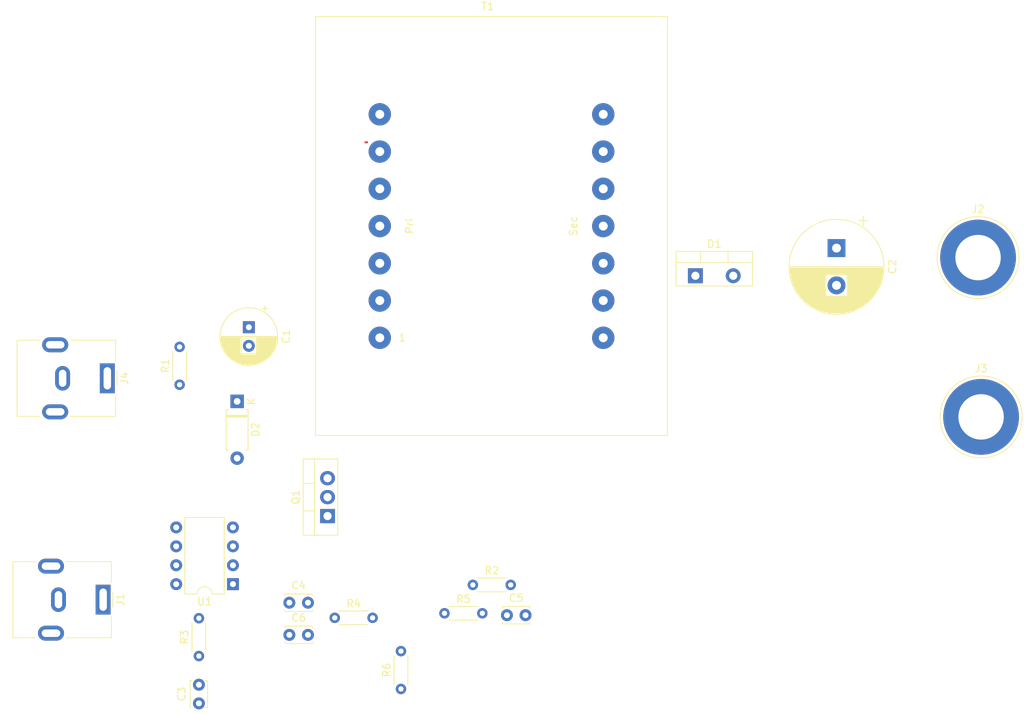
<source format=kicad_pcb>
(kicad_pcb (version 20171130) (host pcbnew "(5.1.5)-3")

  (general
    (thickness 1.6)
    (drawings 0)
    (tracks 1)
    (zones 0)
    (modules 21)
    (nets 16)
  )

  (page A4)
  (layers
    (0 F.Cu signal)
    (31 B.Cu signal)
    (32 B.Adhes user)
    (33 F.Adhes user)
    (34 B.Paste user)
    (35 F.Paste user)
    (36 B.SilkS user)
    (37 F.SilkS user)
    (38 B.Mask user)
    (39 F.Mask user)
    (40 Dwgs.User user)
    (41 Cmts.User user)
    (42 Eco1.User user)
    (43 Eco2.User user)
    (44 Edge.Cuts user)
    (45 Margin user)
    (46 B.CrtYd user)
    (47 F.CrtYd user)
    (48 B.Fab user)
    (49 F.Fab user)
  )

  (setup
    (last_trace_width 0.25)
    (trace_clearance 0.2)
    (zone_clearance 0.508)
    (zone_45_only no)
    (trace_min 0.2)
    (via_size 0.8)
    (via_drill 0.4)
    (via_min_size 0.4)
    (via_min_drill 0.3)
    (uvia_size 0.3)
    (uvia_drill 0.1)
    (uvias_allowed no)
    (uvia_min_size 0.2)
    (uvia_min_drill 0.1)
    (edge_width 0.05)
    (segment_width 0.2)
    (pcb_text_width 0.3)
    (pcb_text_size 1.5 1.5)
    (mod_edge_width 0.12)
    (mod_text_size 1 1)
    (mod_text_width 0.15)
    (pad_size 2.999999 2.999999)
    (pad_drill 1.2)
    (pad_to_mask_clearance 0.051)
    (solder_mask_min_width 0.25)
    (aux_axis_origin 0 0)
    (visible_elements 7FFFFFFF)
    (pcbplotparams
      (layerselection 0x010fc_ffffffff)
      (usegerberextensions false)
      (usegerberattributes false)
      (usegerberadvancedattributes false)
      (creategerberjobfile false)
      (excludeedgelayer true)
      (linewidth 0.100000)
      (plotframeref false)
      (viasonmask false)
      (mode 1)
      (useauxorigin false)
      (hpglpennumber 1)
      (hpglpenspeed 20)
      (hpglpendiameter 15.000000)
      (psnegative false)
      (psa4output false)
      (plotreference true)
      (plotvalue true)
      (plotinvisibletext false)
      (padsonsilk false)
      (subtractmaskfromsilk false)
      (outputformat 1)
      (mirror false)
      (drillshape 1)
      (scaleselection 1)
      (outputdirectory ""))
  )

  (net 0 "")
  (net 1 "Net-(C1-Pad1)")
  (net 2 "Net-(C1-Pad2)")
  (net 3 "Net-(C2-Pad1)")
  (net 4 "Net-(C2-Pad2)")
  (net 5 "Net-(D1-Pad2)")
  (net 6 "Net-(D2-Pad2)")
  (net 7 "Net-(Q1-Pad1)")
  (net 8 GND)
  (net 9 "Net-(C3-Pad1)")
  (net 10 "Net-(C4-Pad2)")
  (net 11 "Net-(C4-Pad1)")
  (net 12 "Net-(C5-Pad2)")
  (net 13 "Net-(C6-Pad2)")
  (net 14 "Net-(J4-Pad1)")
  (net 15 "Net-(R3-Pad1)")

  (net_class Default "This is the default net class."
    (clearance 0.2)
    (trace_width 0.25)
    (via_dia 0.8)
    (via_drill 0.4)
    (uvia_dia 0.3)
    (uvia_drill 0.1)
    (add_net GND)
    (add_net "Net-(C1-Pad1)")
    (add_net "Net-(C1-Pad2)")
    (add_net "Net-(C2-Pad1)")
    (add_net "Net-(C2-Pad2)")
    (add_net "Net-(C3-Pad1)")
    (add_net "Net-(C4-Pad1)")
    (add_net "Net-(C4-Pad2)")
    (add_net "Net-(C5-Pad2)")
    (add_net "Net-(C6-Pad2)")
    (add_net "Net-(D1-Pad2)")
    (add_net "Net-(D2-Pad2)")
    (add_net "Net-(J4-Pad1)")
    (add_net "Net-(Q1-Pad1)")
    (add_net "Net-(R3-Pad1)")
  )

  (module Transformer_THT:Transformer_CHK_EI54-12VA_1xSec (layer F.Cu) (tedit 5EF2B068) (tstamp 5EF37FE1)
    (at 80.4164 75.8952)
    (descr "Trafo, Printtrafo, CHK, EI54, 12VA, 1x Sec,http://www.eratransformers.com/product-detail/19")
    (tags "Trafo Printtrafo CHK EI54 12VA 1x Sec ")
    (path /5EF32E85)
    (fp_text reference T1 (at 14.5 -44.5) (layer F.SilkS)
      (effects (font (size 1 1) (thickness 0.15)))
    )
    (fp_text value PA0184NL (at 16 -15 90) (layer F.Fab)
      (effects (font (size 1 1) (thickness 0.15)))
    )
    (fp_line (start 38.62 13.12) (end -8.62 13.12) (layer F.SilkS) (width 0.12))
    (fp_line (start 38.62 13.12) (end 38.62 -43.12) (layer F.SilkS) (width 0.12))
    (fp_line (start -8.62 -43.12) (end -8.62 13.12) (layer F.SilkS) (width 0.12))
    (fp_line (start -8.62 -43.12) (end 38.62 -43.12) (layer F.SilkS) (width 0.12))
    (fp_line (start 38.75 13.25) (end -8.75 13.25) (layer F.CrtYd) (width 0.05))
    (fp_line (start 38.75 13.25) (end 38.75 -43.25) (layer F.CrtYd) (width 0.05))
    (fp_line (start -8.75 -43.25) (end -8.75 13.25) (layer F.CrtYd) (width 0.05))
    (fp_line (start -8.75 -43.25) (end 38.75 -43.25) (layer F.CrtYd) (width 0.05))
    (fp_line (start -8.5 -43) (end -8.5 13) (layer F.Fab) (width 0.1))
    (fp_line (start 38.5 -43) (end -8.5 -43) (layer F.Fab) (width 0.1))
    (fp_line (start 38.5 13) (end 38.5 -43) (layer F.Fab) (width 0.1))
    (fp_line (start -8.5 13) (end 38.5 13) (layer F.Fab) (width 0.1))
    (fp_line (start 7 0) (end 4 0) (layer F.Fab) (width 0.1))
    (fp_line (start 7 -30) (end 7 0) (layer F.Fab) (width 0.1))
    (fp_line (start 4 -30) (end 7 -30) (layer F.Fab) (width 0.1))
    (fp_line (start 7 -30) (end 11 -30) (layer F.Fab) (width 0.1))
    (fp_line (start 11 0) (end 7 0) (layer F.Fab) (width 0.1))
    (fp_line (start 11 -30) (end 11 0) (layer F.Fab) (width 0.1))
    (fp_line (start 8 -30) (end 8 0) (layer F.Fab) (width 0.1))
    (fp_line (start 9 -30) (end 9 0) (layer F.Fab) (width 0.1))
    (fp_line (start 10 0) (end 10 -30) (layer F.Fab) (width 0.1))
    (fp_line (start 7 -29) (end 11 -29) (layer F.Fab) (width 0.1))
    (fp_line (start 11 -28) (end 7 -28) (layer F.Fab) (width 0.1))
    (fp_line (start 7 -27) (end 11 -27) (layer F.Fab) (width 0.1))
    (fp_line (start 11 -26) (end 7 -26) (layer F.Fab) (width 0.1))
    (fp_line (start 7 -25) (end 11 -25) (layer F.Fab) (width 0.1))
    (fp_line (start 11 -24) (end 7 -24) (layer F.Fab) (width 0.1))
    (fp_line (start 7 -23) (end 11 -23) (layer F.Fab) (width 0.1))
    (fp_line (start 11 -22) (end 7 -22) (layer F.Fab) (width 0.1))
    (fp_line (start 7 -21) (end 11 -21) (layer F.Fab) (width 0.1))
    (fp_line (start 11 -20) (end 7 -20) (layer F.Fab) (width 0.1))
    (fp_line (start 7 -19) (end 11 -19) (layer F.Fab) (width 0.1))
    (fp_line (start 11 -18) (end 7 -18) (layer F.Fab) (width 0.1))
    (fp_line (start 7 -17) (end 11 -17) (layer F.Fab) (width 0.1))
    (fp_line (start 11 -16) (end 7 -16) (layer F.Fab) (width 0.1))
    (fp_line (start 7 -15) (end 11 -15) (layer F.Fab) (width 0.1))
    (fp_line (start 11 -14) (end 7 -14) (layer F.Fab) (width 0.1))
    (fp_line (start 7 -13) (end 11 -13) (layer F.Fab) (width 0.1))
    (fp_line (start 10 -12) (end 7 -12) (layer F.Fab) (width 0.1))
    (fp_line (start 7 -11) (end 11 -11) (layer F.Fab) (width 0.1))
    (fp_line (start 10 -12) (end 11 -12) (layer F.Fab) (width 0.1))
    (fp_line (start 11 -10) (end 7 -10) (layer F.Fab) (width 0.1))
    (fp_line (start 7 -9) (end 11 -9) (layer F.Fab) (width 0.1))
    (fp_line (start 11 -8) (end 7 -8) (layer F.Fab) (width 0.1))
    (fp_line (start 7 -7) (end 11 -7) (layer F.Fab) (width 0.1))
    (fp_line (start 11 -6) (end 7 -6) (layer F.Fab) (width 0.1))
    (fp_line (start 7 -5) (end 11 -5) (layer F.Fab) (width 0.1))
    (fp_line (start 11 -4) (end 7 -4) (layer F.Fab) (width 0.1))
    (fp_line (start 7 -3) (end 11 -3) (layer F.Fab) (width 0.1))
    (fp_line (start 7 -4) (end 7 -3) (layer F.Fab) (width 0.1))
    (fp_line (start 11 -2) (end 7 -2) (layer F.Fab) (width 0.1))
    (fp_line (start 7 -1) (end 11 -1) (layer F.Fab) (width 0.1))
    (fp_line (start 23 -5) (end 26 -5) (layer F.Fab) (width 0.1))
    (fp_line (start 23 -25) (end 23 -5) (layer F.Fab) (width 0.1))
    (fp_line (start 26 -25) (end 23 -25) (layer F.Fab) (width 0.1))
    (fp_line (start 19 -5) (end 23 -5) (layer F.Fab) (width 0.1))
    (fp_line (start 19 -25) (end 19 -5) (layer F.Fab) (width 0.1))
    (fp_line (start 23 -25) (end 19 -25) (layer F.Fab) (width 0.1))
    (fp_line (start 22 -5) (end 22 -25) (layer F.Fab) (width 0.1))
    (fp_line (start 21 -25) (end 21 -5) (layer F.Fab) (width 0.1))
    (fp_line (start 20 -5) (end 20 -25) (layer F.Fab) (width 0.1))
    (fp_line (start 19 -24) (end 23 -24) (layer F.Fab) (width 0.1))
    (fp_line (start 23 -23) (end 19 -23) (layer F.Fab) (width 0.1))
    (fp_line (start 19 -22) (end 23 -22) (layer F.Fab) (width 0.1))
    (fp_line (start 23 -21) (end 19 -21) (layer F.Fab) (width 0.1))
    (fp_line (start 19 -20) (end 23 -20) (layer F.Fab) (width 0.1))
    (fp_line (start 23 -19) (end 19 -19) (layer F.Fab) (width 0.1))
    (fp_line (start 19 -18) (end 23 -18) (layer F.Fab) (width 0.1))
    (fp_line (start 23 -17) (end 19 -17) (layer F.Fab) (width 0.1))
    (fp_line (start 19 -16) (end 23 -16) (layer F.Fab) (width 0.1))
    (fp_line (start 23 -15) (end 19 -15) (layer F.Fab) (width 0.1))
    (fp_line (start 19 -14) (end 23 -14) (layer F.Fab) (width 0.1))
    (fp_line (start 23 -13) (end 19 -13) (layer F.Fab) (width 0.1))
    (fp_line (start 19 -12) (end 23 -12) (layer F.Fab) (width 0.1))
    (fp_line (start 23 -11) (end 19 -11) (layer F.Fab) (width 0.1))
    (fp_line (start 19 -10) (end 23 -10) (layer F.Fab) (width 0.1))
    (fp_line (start 19 -8) (end 23 -8) (layer F.Fab) (width 0.1))
    (fp_line (start 19 -9) (end 19 -8) (layer F.Fab) (width 0.1))
    (fp_line (start 23 -9) (end 19 -9) (layer F.Fab) (width 0.1))
    (fp_line (start 23 -7) (end 19 -7) (layer F.Fab) (width 0.1))
    (fp_line (start 19 -6) (end 23 -6) (layer F.Fab) (width 0.1))
    (fp_text user %R (at 13.5 -15 90) (layer F.Fab)
      (effects (font (size 1 1) (thickness 0.15)))
    )
    (fp_text user 1 (at 3 0) (layer F.SilkS)
      (effects (font (size 1 1) (thickness 0.15)))
    )
    (fp_text user 7 (at 3 -30) (layer F.Fab)
      (effects (font (size 1 1) (thickness 0.15)))
    )
    (fp_text user 9 (at 25 -27) (layer F.Fab)
      (effects (font (size 1 1) (thickness 0.15)))
    )
    (fp_text user 13 (at 25 -3) (layer F.Fab)
      (effects (font (size 1 1) (thickness 0.15)))
    )
    (fp_text user Pri (at 4 -15 90) (layer F.SilkS)
      (effects (font (size 1 1) (thickness 0.15)))
    )
    (fp_text user Sec (at 26 -15 90) (layer F.SilkS)
      (effects (font (size 1 1) (thickness 0.15)))
    )
    (pad 14 thru_hole circle (at 30 0) (size 3 3) (drill 1.2) (layers *.Cu *.Mask))
    (pad 5 thru_hole circle (at 30 -5) (size 2.999999 2.999999) (drill 1.2) (layers *.Cu *.Mask)
      (net 4 "Net-(C2-Pad2)"))
    (pad 12 thru_hole circle (at 30 -10) (size 3 3) (drill 1.2) (layers *.Cu *.Mask))
    (pad 11 thru_hole circle (at 30 -15) (size 3 3) (drill 1.2) (layers *.Cu *.Mask))
    (pad 10 thru_hole circle (at 30 -20) (size 3 3) (drill 1.2) (layers *.Cu *.Mask))
    (pad 4 thru_hole circle (at 30 -25) (size 2.999999 2.999999) (drill 1.2) (layers *.Cu *.Mask)
      (net 5 "Net-(D1-Pad2)"))
    (pad 13 thru_hole circle (at 30 -30) (size 2.999999 2.999999) (drill 1.2) (layers *.Cu *.Mask))
    (pad 1 thru_hole circle (at 0 -30) (size 2.999999 2.999999) (drill 1.2) (layers *.Cu *.Mask)
      (net 1 "Net-(C1-Pad1)"))
    (pad 6 thru_hole circle (at 0 -25) (size 3 3) (drill 1.2) (layers *.Cu *.Mask))
    (pad 9 thru_hole circle (at 0 -20) (size 2.999999 2.999999) (drill 1.2) (layers *.Cu *.Mask))
    (pad 13 thru_hole circle (at 0 -15) (size 2.999999 2.999999) (drill 1.2) (layers *.Cu *.Mask))
    (pad 3 thru_hole circle (at 0 -10) (size 3 3) (drill 1.2) (layers *.Cu *.Mask))
    (pad 2 thru_hole circle (at 0 -5) (size 3 3) (drill 1.2) (layers *.Cu *.Mask))
    (pad 8 thru_hole circle (at 0 0) (size 2.999999 2.999999) (drill 1.2) (layers *.Cu *.Mask)
      (net 6 "Net-(D2-Pad2)"))
    (model ${KISYS3DMOD}/Transformer_THT.3dshapes/Transformer_CHK_EI54-12VA_1xSec.wrl
      (at (xyz 0 0 0))
      (scale (xyz 1 1 1))
      (rotate (xyz 0 0 0))
    )
  )

  (module Diode_THT:D_A-405_P7.62mm_Horizontal (layer F.Cu) (tedit 5AE50CD5) (tstamp 5EF30C9F)
    (at 61.2648 84.4296 270)
    (descr "Diode, A-405 series, Axial, Horizontal, pin pitch=7.62mm, , length*diameter=5.2*2.7mm^2, , http://www.diodes.com/_files/packages/A-405.pdf")
    (tags "Diode A-405 series Axial Horizontal pin pitch 7.62mm  length 5.2mm diameter 2.7mm")
    (path /5EE6AFAC)
    (fp_text reference D2 (at 3.81 -2.47 90) (layer F.SilkS)
      (effects (font (size 1 1) (thickness 0.15)))
    )
    (fp_text value D (at 3.81 2.47 90) (layer F.Fab)
      (effects (font (size 1 1) (thickness 0.15)))
    )
    (fp_text user K (at 0 -1.9 90) (layer F.SilkS)
      (effects (font (size 1 1) (thickness 0.15)))
    )
    (fp_text user K (at 0 -1.9 90) (layer F.Fab)
      (effects (font (size 1 1) (thickness 0.15)))
    )
    (fp_text user %R (at 4.2 0) (layer F.Fab)
      (effects (font (size 1 1) (thickness 0.15)))
    )
    (fp_line (start 8.77 -1.6) (end -1.15 -1.6) (layer F.CrtYd) (width 0.05))
    (fp_line (start 8.77 1.6) (end 8.77 -1.6) (layer F.CrtYd) (width 0.05))
    (fp_line (start -1.15 1.6) (end 8.77 1.6) (layer F.CrtYd) (width 0.05))
    (fp_line (start -1.15 -1.6) (end -1.15 1.6) (layer F.CrtYd) (width 0.05))
    (fp_line (start 1.87 -1.47) (end 1.87 1.47) (layer F.SilkS) (width 0.12))
    (fp_line (start 2.11 -1.47) (end 2.11 1.47) (layer F.SilkS) (width 0.12))
    (fp_line (start 1.99 -1.47) (end 1.99 1.47) (layer F.SilkS) (width 0.12))
    (fp_line (start 6.53 1.47) (end 6.53 1.14) (layer F.SilkS) (width 0.12))
    (fp_line (start 1.09 1.47) (end 6.53 1.47) (layer F.SilkS) (width 0.12))
    (fp_line (start 1.09 1.14) (end 1.09 1.47) (layer F.SilkS) (width 0.12))
    (fp_line (start 6.53 -1.47) (end 6.53 -1.14) (layer F.SilkS) (width 0.12))
    (fp_line (start 1.09 -1.47) (end 6.53 -1.47) (layer F.SilkS) (width 0.12))
    (fp_line (start 1.09 -1.14) (end 1.09 -1.47) (layer F.SilkS) (width 0.12))
    (fp_line (start 1.89 -1.35) (end 1.89 1.35) (layer F.Fab) (width 0.1))
    (fp_line (start 2.09 -1.35) (end 2.09 1.35) (layer F.Fab) (width 0.1))
    (fp_line (start 1.99 -1.35) (end 1.99 1.35) (layer F.Fab) (width 0.1))
    (fp_line (start 7.62 0) (end 6.41 0) (layer F.Fab) (width 0.1))
    (fp_line (start 0 0) (end 1.21 0) (layer F.Fab) (width 0.1))
    (fp_line (start 6.41 -1.35) (end 1.21 -1.35) (layer F.Fab) (width 0.1))
    (fp_line (start 6.41 1.35) (end 6.41 -1.35) (layer F.Fab) (width 0.1))
    (fp_line (start 1.21 1.35) (end 6.41 1.35) (layer F.Fab) (width 0.1))
    (fp_line (start 1.21 -1.35) (end 1.21 1.35) (layer F.Fab) (width 0.1))
    (pad 2 thru_hole oval (at 7.62 0 270) (size 1.8 1.8) (drill 0.9) (layers *.Cu *.Mask)
      (net 6 "Net-(D2-Pad2)"))
    (pad 1 thru_hole rect (at 0 0 270) (size 1.8 1.8) (drill 0.9) (layers *.Cu *.Mask)
      (net 2 "Net-(C1-Pad2)"))
    (model ${KISYS3DMOD}/Diode_THT.3dshapes/D_A-405_P7.62mm_Horizontal.wrl
      (at (xyz 0 0 0))
      (scale (xyz 1 1 1))
      (rotate (xyz 0 0 0))
    )
  )

  (module Capacitor_THT:CP_Radial_D12.5mm_P5.00mm (layer F.Cu) (tedit 5AE50EF1) (tstamp 5EF30C01)
    (at 141.732 63.8556 270)
    (descr "CP, Radial series, Radial, pin pitch=5.00mm, , diameter=12.5mm, Electrolytic Capacitor")
    (tags "CP Radial series Radial pin pitch 5.00mm  diameter 12.5mm Electrolytic Capacitor")
    (path /5EE6DF08)
    (fp_text reference C2 (at 2.5 -7.5 90) (layer F.SilkS)
      (effects (font (size 1 1) (thickness 0.15)))
    )
    (fp_text value 330u (at 2.5 7.5 90) (layer F.Fab)
      (effects (font (size 1 1) (thickness 0.15)))
    )
    (fp_text user %R (at 2.5 0 90) (layer F.Fab)
      (effects (font (size 1 1) (thickness 0.15)))
    )
    (fp_line (start -3.692082 -4.2) (end -3.692082 -2.95) (layer F.SilkS) (width 0.12))
    (fp_line (start -4.317082 -3.575) (end -3.067082 -3.575) (layer F.SilkS) (width 0.12))
    (fp_line (start 8.861 -0.317) (end 8.861 0.317) (layer F.SilkS) (width 0.12))
    (fp_line (start 8.821 -0.757) (end 8.821 0.757) (layer F.SilkS) (width 0.12))
    (fp_line (start 8.781 -1.028) (end 8.781 1.028) (layer F.SilkS) (width 0.12))
    (fp_line (start 8.741 -1.241) (end 8.741 1.241) (layer F.SilkS) (width 0.12))
    (fp_line (start 8.701 -1.422) (end 8.701 1.422) (layer F.SilkS) (width 0.12))
    (fp_line (start 8.661 -1.583) (end 8.661 1.583) (layer F.SilkS) (width 0.12))
    (fp_line (start 8.621 -1.728) (end 8.621 1.728) (layer F.SilkS) (width 0.12))
    (fp_line (start 8.581 -1.861) (end 8.581 1.861) (layer F.SilkS) (width 0.12))
    (fp_line (start 8.541 -1.984) (end 8.541 1.984) (layer F.SilkS) (width 0.12))
    (fp_line (start 8.501 -2.1) (end 8.501 2.1) (layer F.SilkS) (width 0.12))
    (fp_line (start 8.461 -2.209) (end 8.461 2.209) (layer F.SilkS) (width 0.12))
    (fp_line (start 8.421 -2.312) (end 8.421 2.312) (layer F.SilkS) (width 0.12))
    (fp_line (start 8.381 -2.41) (end 8.381 2.41) (layer F.SilkS) (width 0.12))
    (fp_line (start 8.341 -2.504) (end 8.341 2.504) (layer F.SilkS) (width 0.12))
    (fp_line (start 8.301 -2.594) (end 8.301 2.594) (layer F.SilkS) (width 0.12))
    (fp_line (start 8.261 -2.681) (end 8.261 2.681) (layer F.SilkS) (width 0.12))
    (fp_line (start 8.221 -2.764) (end 8.221 2.764) (layer F.SilkS) (width 0.12))
    (fp_line (start 8.181 -2.844) (end 8.181 2.844) (layer F.SilkS) (width 0.12))
    (fp_line (start 8.141 -2.921) (end 8.141 2.921) (layer F.SilkS) (width 0.12))
    (fp_line (start 8.101 -2.996) (end 8.101 2.996) (layer F.SilkS) (width 0.12))
    (fp_line (start 8.061 -3.069) (end 8.061 3.069) (layer F.SilkS) (width 0.12))
    (fp_line (start 8.021 -3.14) (end 8.021 3.14) (layer F.SilkS) (width 0.12))
    (fp_line (start 7.981 -3.208) (end 7.981 3.208) (layer F.SilkS) (width 0.12))
    (fp_line (start 7.941 -3.275) (end 7.941 3.275) (layer F.SilkS) (width 0.12))
    (fp_line (start 7.901 -3.339) (end 7.901 3.339) (layer F.SilkS) (width 0.12))
    (fp_line (start 7.861 -3.402) (end 7.861 3.402) (layer F.SilkS) (width 0.12))
    (fp_line (start 7.821 -3.464) (end 7.821 3.464) (layer F.SilkS) (width 0.12))
    (fp_line (start 7.781 -3.524) (end 7.781 3.524) (layer F.SilkS) (width 0.12))
    (fp_line (start 7.741 -3.583) (end 7.741 3.583) (layer F.SilkS) (width 0.12))
    (fp_line (start 7.701 -3.64) (end 7.701 3.64) (layer F.SilkS) (width 0.12))
    (fp_line (start 7.661 -3.696) (end 7.661 3.696) (layer F.SilkS) (width 0.12))
    (fp_line (start 7.621 -3.75) (end 7.621 3.75) (layer F.SilkS) (width 0.12))
    (fp_line (start 7.581 -3.804) (end 7.581 3.804) (layer F.SilkS) (width 0.12))
    (fp_line (start 7.541 -3.856) (end 7.541 3.856) (layer F.SilkS) (width 0.12))
    (fp_line (start 7.501 -3.907) (end 7.501 3.907) (layer F.SilkS) (width 0.12))
    (fp_line (start 7.461 -3.957) (end 7.461 3.957) (layer F.SilkS) (width 0.12))
    (fp_line (start 7.421 -4.007) (end 7.421 4.007) (layer F.SilkS) (width 0.12))
    (fp_line (start 7.381 -4.055) (end 7.381 4.055) (layer F.SilkS) (width 0.12))
    (fp_line (start 7.341 -4.102) (end 7.341 4.102) (layer F.SilkS) (width 0.12))
    (fp_line (start 7.301 -4.148) (end 7.301 4.148) (layer F.SilkS) (width 0.12))
    (fp_line (start 7.261 -4.194) (end 7.261 4.194) (layer F.SilkS) (width 0.12))
    (fp_line (start 7.221 -4.238) (end 7.221 4.238) (layer F.SilkS) (width 0.12))
    (fp_line (start 7.181 -4.282) (end 7.181 4.282) (layer F.SilkS) (width 0.12))
    (fp_line (start 7.141 -4.325) (end 7.141 4.325) (layer F.SilkS) (width 0.12))
    (fp_line (start 7.101 -4.367) (end 7.101 4.367) (layer F.SilkS) (width 0.12))
    (fp_line (start 7.061 -4.408) (end 7.061 4.408) (layer F.SilkS) (width 0.12))
    (fp_line (start 7.021 -4.449) (end 7.021 4.449) (layer F.SilkS) (width 0.12))
    (fp_line (start 6.981 -4.489) (end 6.981 4.489) (layer F.SilkS) (width 0.12))
    (fp_line (start 6.941 -4.528) (end 6.941 4.528) (layer F.SilkS) (width 0.12))
    (fp_line (start 6.901 -4.567) (end 6.901 4.567) (layer F.SilkS) (width 0.12))
    (fp_line (start 6.861 -4.605) (end 6.861 4.605) (layer F.SilkS) (width 0.12))
    (fp_line (start 6.821 -4.642) (end 6.821 4.642) (layer F.SilkS) (width 0.12))
    (fp_line (start 6.781 -4.678) (end 6.781 4.678) (layer F.SilkS) (width 0.12))
    (fp_line (start 6.741 -4.714) (end 6.741 4.714) (layer F.SilkS) (width 0.12))
    (fp_line (start 6.701 -4.75) (end 6.701 4.75) (layer F.SilkS) (width 0.12))
    (fp_line (start 6.661 -4.785) (end 6.661 4.785) (layer F.SilkS) (width 0.12))
    (fp_line (start 6.621 -4.819) (end 6.621 4.819) (layer F.SilkS) (width 0.12))
    (fp_line (start 6.581 -4.852) (end 6.581 4.852) (layer F.SilkS) (width 0.12))
    (fp_line (start 6.541 -4.885) (end 6.541 4.885) (layer F.SilkS) (width 0.12))
    (fp_line (start 6.501 -4.918) (end 6.501 4.918) (layer F.SilkS) (width 0.12))
    (fp_line (start 6.461 -4.95) (end 6.461 4.95) (layer F.SilkS) (width 0.12))
    (fp_line (start 6.421 1.44) (end 6.421 4.982) (layer F.SilkS) (width 0.12))
    (fp_line (start 6.421 -4.982) (end 6.421 -1.44) (layer F.SilkS) (width 0.12))
    (fp_line (start 6.381 1.44) (end 6.381 5.012) (layer F.SilkS) (width 0.12))
    (fp_line (start 6.381 -5.012) (end 6.381 -1.44) (layer F.SilkS) (width 0.12))
    (fp_line (start 6.341 1.44) (end 6.341 5.043) (layer F.SilkS) (width 0.12))
    (fp_line (start 6.341 -5.043) (end 6.341 -1.44) (layer F.SilkS) (width 0.12))
    (fp_line (start 6.301 1.44) (end 6.301 5.073) (layer F.SilkS) (width 0.12))
    (fp_line (start 6.301 -5.073) (end 6.301 -1.44) (layer F.SilkS) (width 0.12))
    (fp_line (start 6.261 1.44) (end 6.261 5.102) (layer F.SilkS) (width 0.12))
    (fp_line (start 6.261 -5.102) (end 6.261 -1.44) (layer F.SilkS) (width 0.12))
    (fp_line (start 6.221 1.44) (end 6.221 5.131) (layer F.SilkS) (width 0.12))
    (fp_line (start 6.221 -5.131) (end 6.221 -1.44) (layer F.SilkS) (width 0.12))
    (fp_line (start 6.181 1.44) (end 6.181 5.16) (layer F.SilkS) (width 0.12))
    (fp_line (start 6.181 -5.16) (end 6.181 -1.44) (layer F.SilkS) (width 0.12))
    (fp_line (start 6.141 1.44) (end 6.141 5.188) (layer F.SilkS) (width 0.12))
    (fp_line (start 6.141 -5.188) (end 6.141 -1.44) (layer F.SilkS) (width 0.12))
    (fp_line (start 6.101 1.44) (end 6.101 5.216) (layer F.SilkS) (width 0.12))
    (fp_line (start 6.101 -5.216) (end 6.101 -1.44) (layer F.SilkS) (width 0.12))
    (fp_line (start 6.061 1.44) (end 6.061 5.243) (layer F.SilkS) (width 0.12))
    (fp_line (start 6.061 -5.243) (end 6.061 -1.44) (layer F.SilkS) (width 0.12))
    (fp_line (start 6.021 1.44) (end 6.021 5.27) (layer F.SilkS) (width 0.12))
    (fp_line (start 6.021 -5.27) (end 6.021 -1.44) (layer F.SilkS) (width 0.12))
    (fp_line (start 5.981 1.44) (end 5.981 5.296) (layer F.SilkS) (width 0.12))
    (fp_line (start 5.981 -5.296) (end 5.981 -1.44) (layer F.SilkS) (width 0.12))
    (fp_line (start 5.941 1.44) (end 5.941 5.322) (layer F.SilkS) (width 0.12))
    (fp_line (start 5.941 -5.322) (end 5.941 -1.44) (layer F.SilkS) (width 0.12))
    (fp_line (start 5.901 1.44) (end 5.901 5.347) (layer F.SilkS) (width 0.12))
    (fp_line (start 5.901 -5.347) (end 5.901 -1.44) (layer F.SilkS) (width 0.12))
    (fp_line (start 5.861 1.44) (end 5.861 5.372) (layer F.SilkS) (width 0.12))
    (fp_line (start 5.861 -5.372) (end 5.861 -1.44) (layer F.SilkS) (width 0.12))
    (fp_line (start 5.821 1.44) (end 5.821 5.397) (layer F.SilkS) (width 0.12))
    (fp_line (start 5.821 -5.397) (end 5.821 -1.44) (layer F.SilkS) (width 0.12))
    (fp_line (start 5.781 1.44) (end 5.781 5.421) (layer F.SilkS) (width 0.12))
    (fp_line (start 5.781 -5.421) (end 5.781 -1.44) (layer F.SilkS) (width 0.12))
    (fp_line (start 5.741 1.44) (end 5.741 5.445) (layer F.SilkS) (width 0.12))
    (fp_line (start 5.741 -5.445) (end 5.741 -1.44) (layer F.SilkS) (width 0.12))
    (fp_line (start 5.701 1.44) (end 5.701 5.468) (layer F.SilkS) (width 0.12))
    (fp_line (start 5.701 -5.468) (end 5.701 -1.44) (layer F.SilkS) (width 0.12))
    (fp_line (start 5.661 1.44) (end 5.661 5.491) (layer F.SilkS) (width 0.12))
    (fp_line (start 5.661 -5.491) (end 5.661 -1.44) (layer F.SilkS) (width 0.12))
    (fp_line (start 5.621 1.44) (end 5.621 5.514) (layer F.SilkS) (width 0.12))
    (fp_line (start 5.621 -5.514) (end 5.621 -1.44) (layer F.SilkS) (width 0.12))
    (fp_line (start 5.581 1.44) (end 5.581 5.536) (layer F.SilkS) (width 0.12))
    (fp_line (start 5.581 -5.536) (end 5.581 -1.44) (layer F.SilkS) (width 0.12))
    (fp_line (start 5.541 1.44) (end 5.541 5.558) (layer F.SilkS) (width 0.12))
    (fp_line (start 5.541 -5.558) (end 5.541 -1.44) (layer F.SilkS) (width 0.12))
    (fp_line (start 5.501 1.44) (end 5.501 5.58) (layer F.SilkS) (width 0.12))
    (fp_line (start 5.501 -5.58) (end 5.501 -1.44) (layer F.SilkS) (width 0.12))
    (fp_line (start 5.461 1.44) (end 5.461 5.601) (layer F.SilkS) (width 0.12))
    (fp_line (start 5.461 -5.601) (end 5.461 -1.44) (layer F.SilkS) (width 0.12))
    (fp_line (start 5.421 1.44) (end 5.421 5.622) (layer F.SilkS) (width 0.12))
    (fp_line (start 5.421 -5.622) (end 5.421 -1.44) (layer F.SilkS) (width 0.12))
    (fp_line (start 5.381 1.44) (end 5.381 5.642) (layer F.SilkS) (width 0.12))
    (fp_line (start 5.381 -5.642) (end 5.381 -1.44) (layer F.SilkS) (width 0.12))
    (fp_line (start 5.341 1.44) (end 5.341 5.662) (layer F.SilkS) (width 0.12))
    (fp_line (start 5.341 -5.662) (end 5.341 -1.44) (layer F.SilkS) (width 0.12))
    (fp_line (start 5.301 1.44) (end 5.301 5.682) (layer F.SilkS) (width 0.12))
    (fp_line (start 5.301 -5.682) (end 5.301 -1.44) (layer F.SilkS) (width 0.12))
    (fp_line (start 5.261 1.44) (end 5.261 5.702) (layer F.SilkS) (width 0.12))
    (fp_line (start 5.261 -5.702) (end 5.261 -1.44) (layer F.SilkS) (width 0.12))
    (fp_line (start 5.221 1.44) (end 5.221 5.721) (layer F.SilkS) (width 0.12))
    (fp_line (start 5.221 -5.721) (end 5.221 -1.44) (layer F.SilkS) (width 0.12))
    (fp_line (start 5.181 1.44) (end 5.181 5.739) (layer F.SilkS) (width 0.12))
    (fp_line (start 5.181 -5.739) (end 5.181 -1.44) (layer F.SilkS) (width 0.12))
    (fp_line (start 5.141 1.44) (end 5.141 5.758) (layer F.SilkS) (width 0.12))
    (fp_line (start 5.141 -5.758) (end 5.141 -1.44) (layer F.SilkS) (width 0.12))
    (fp_line (start 5.101 1.44) (end 5.101 5.776) (layer F.SilkS) (width 0.12))
    (fp_line (start 5.101 -5.776) (end 5.101 -1.44) (layer F.SilkS) (width 0.12))
    (fp_line (start 5.061 1.44) (end 5.061 5.793) (layer F.SilkS) (width 0.12))
    (fp_line (start 5.061 -5.793) (end 5.061 -1.44) (layer F.SilkS) (width 0.12))
    (fp_line (start 5.021 1.44) (end 5.021 5.811) (layer F.SilkS) (width 0.12))
    (fp_line (start 5.021 -5.811) (end 5.021 -1.44) (layer F.SilkS) (width 0.12))
    (fp_line (start 4.981 1.44) (end 4.981 5.828) (layer F.SilkS) (width 0.12))
    (fp_line (start 4.981 -5.828) (end 4.981 -1.44) (layer F.SilkS) (width 0.12))
    (fp_line (start 4.941 1.44) (end 4.941 5.845) (layer F.SilkS) (width 0.12))
    (fp_line (start 4.941 -5.845) (end 4.941 -1.44) (layer F.SilkS) (width 0.12))
    (fp_line (start 4.901 1.44) (end 4.901 5.861) (layer F.SilkS) (width 0.12))
    (fp_line (start 4.901 -5.861) (end 4.901 -1.44) (layer F.SilkS) (width 0.12))
    (fp_line (start 4.861 1.44) (end 4.861 5.877) (layer F.SilkS) (width 0.12))
    (fp_line (start 4.861 -5.877) (end 4.861 -1.44) (layer F.SilkS) (width 0.12))
    (fp_line (start 4.821 1.44) (end 4.821 5.893) (layer F.SilkS) (width 0.12))
    (fp_line (start 4.821 -5.893) (end 4.821 -1.44) (layer F.SilkS) (width 0.12))
    (fp_line (start 4.781 1.44) (end 4.781 5.908) (layer F.SilkS) (width 0.12))
    (fp_line (start 4.781 -5.908) (end 4.781 -1.44) (layer F.SilkS) (width 0.12))
    (fp_line (start 4.741 1.44) (end 4.741 5.924) (layer F.SilkS) (width 0.12))
    (fp_line (start 4.741 -5.924) (end 4.741 -1.44) (layer F.SilkS) (width 0.12))
    (fp_line (start 4.701 1.44) (end 4.701 5.939) (layer F.SilkS) (width 0.12))
    (fp_line (start 4.701 -5.939) (end 4.701 -1.44) (layer F.SilkS) (width 0.12))
    (fp_line (start 4.661 1.44) (end 4.661 5.953) (layer F.SilkS) (width 0.12))
    (fp_line (start 4.661 -5.953) (end 4.661 -1.44) (layer F.SilkS) (width 0.12))
    (fp_line (start 4.621 1.44) (end 4.621 5.967) (layer F.SilkS) (width 0.12))
    (fp_line (start 4.621 -5.967) (end 4.621 -1.44) (layer F.SilkS) (width 0.12))
    (fp_line (start 4.581 1.44) (end 4.581 5.981) (layer F.SilkS) (width 0.12))
    (fp_line (start 4.581 -5.981) (end 4.581 -1.44) (layer F.SilkS) (width 0.12))
    (fp_line (start 4.541 1.44) (end 4.541 5.995) (layer F.SilkS) (width 0.12))
    (fp_line (start 4.541 -5.995) (end 4.541 -1.44) (layer F.SilkS) (width 0.12))
    (fp_line (start 4.501 1.44) (end 4.501 6.008) (layer F.SilkS) (width 0.12))
    (fp_line (start 4.501 -6.008) (end 4.501 -1.44) (layer F.SilkS) (width 0.12))
    (fp_line (start 4.461 1.44) (end 4.461 6.021) (layer F.SilkS) (width 0.12))
    (fp_line (start 4.461 -6.021) (end 4.461 -1.44) (layer F.SilkS) (width 0.12))
    (fp_line (start 4.421 1.44) (end 4.421 6.034) (layer F.SilkS) (width 0.12))
    (fp_line (start 4.421 -6.034) (end 4.421 -1.44) (layer F.SilkS) (width 0.12))
    (fp_line (start 4.381 1.44) (end 4.381 6.047) (layer F.SilkS) (width 0.12))
    (fp_line (start 4.381 -6.047) (end 4.381 -1.44) (layer F.SilkS) (width 0.12))
    (fp_line (start 4.341 1.44) (end 4.341 6.059) (layer F.SilkS) (width 0.12))
    (fp_line (start 4.341 -6.059) (end 4.341 -1.44) (layer F.SilkS) (width 0.12))
    (fp_line (start 4.301 1.44) (end 4.301 6.071) (layer F.SilkS) (width 0.12))
    (fp_line (start 4.301 -6.071) (end 4.301 -1.44) (layer F.SilkS) (width 0.12))
    (fp_line (start 4.261 1.44) (end 4.261 6.083) (layer F.SilkS) (width 0.12))
    (fp_line (start 4.261 -6.083) (end 4.261 -1.44) (layer F.SilkS) (width 0.12))
    (fp_line (start 4.221 1.44) (end 4.221 6.094) (layer F.SilkS) (width 0.12))
    (fp_line (start 4.221 -6.094) (end 4.221 -1.44) (layer F.SilkS) (width 0.12))
    (fp_line (start 4.181 1.44) (end 4.181 6.105) (layer F.SilkS) (width 0.12))
    (fp_line (start 4.181 -6.105) (end 4.181 -1.44) (layer F.SilkS) (width 0.12))
    (fp_line (start 4.141 1.44) (end 4.141 6.116) (layer F.SilkS) (width 0.12))
    (fp_line (start 4.141 -6.116) (end 4.141 -1.44) (layer F.SilkS) (width 0.12))
    (fp_line (start 4.101 1.44) (end 4.101 6.126) (layer F.SilkS) (width 0.12))
    (fp_line (start 4.101 -6.126) (end 4.101 -1.44) (layer F.SilkS) (width 0.12))
    (fp_line (start 4.061 1.44) (end 4.061 6.137) (layer F.SilkS) (width 0.12))
    (fp_line (start 4.061 -6.137) (end 4.061 -1.44) (layer F.SilkS) (width 0.12))
    (fp_line (start 4.021 1.44) (end 4.021 6.146) (layer F.SilkS) (width 0.12))
    (fp_line (start 4.021 -6.146) (end 4.021 -1.44) (layer F.SilkS) (width 0.12))
    (fp_line (start 3.981 1.44) (end 3.981 6.156) (layer F.SilkS) (width 0.12))
    (fp_line (start 3.981 -6.156) (end 3.981 -1.44) (layer F.SilkS) (width 0.12))
    (fp_line (start 3.941 1.44) (end 3.941 6.166) (layer F.SilkS) (width 0.12))
    (fp_line (start 3.941 -6.166) (end 3.941 -1.44) (layer F.SilkS) (width 0.12))
    (fp_line (start 3.901 1.44) (end 3.901 6.175) (layer F.SilkS) (width 0.12))
    (fp_line (start 3.901 -6.175) (end 3.901 -1.44) (layer F.SilkS) (width 0.12))
    (fp_line (start 3.861 1.44) (end 3.861 6.184) (layer F.SilkS) (width 0.12))
    (fp_line (start 3.861 -6.184) (end 3.861 -1.44) (layer F.SilkS) (width 0.12))
    (fp_line (start 3.821 1.44) (end 3.821 6.192) (layer F.SilkS) (width 0.12))
    (fp_line (start 3.821 -6.192) (end 3.821 -1.44) (layer F.SilkS) (width 0.12))
    (fp_line (start 3.781 1.44) (end 3.781 6.201) (layer F.SilkS) (width 0.12))
    (fp_line (start 3.781 -6.201) (end 3.781 -1.44) (layer F.SilkS) (width 0.12))
    (fp_line (start 3.741 1.44) (end 3.741 6.209) (layer F.SilkS) (width 0.12))
    (fp_line (start 3.741 -6.209) (end 3.741 -1.44) (layer F.SilkS) (width 0.12))
    (fp_line (start 3.701 1.44) (end 3.701 6.216) (layer F.SilkS) (width 0.12))
    (fp_line (start 3.701 -6.216) (end 3.701 -1.44) (layer F.SilkS) (width 0.12))
    (fp_line (start 3.661 1.44) (end 3.661 6.224) (layer F.SilkS) (width 0.12))
    (fp_line (start 3.661 -6.224) (end 3.661 -1.44) (layer F.SilkS) (width 0.12))
    (fp_line (start 3.621 1.44) (end 3.621 6.231) (layer F.SilkS) (width 0.12))
    (fp_line (start 3.621 -6.231) (end 3.621 -1.44) (layer F.SilkS) (width 0.12))
    (fp_line (start 3.581 1.44) (end 3.581 6.238) (layer F.SilkS) (width 0.12))
    (fp_line (start 3.581 -6.238) (end 3.581 -1.44) (layer F.SilkS) (width 0.12))
    (fp_line (start 3.541 -6.245) (end 3.541 6.245) (layer F.SilkS) (width 0.12))
    (fp_line (start 3.501 -6.252) (end 3.501 6.252) (layer F.SilkS) (width 0.12))
    (fp_line (start 3.461 -6.258) (end 3.461 6.258) (layer F.SilkS) (width 0.12))
    (fp_line (start 3.421 -6.264) (end 3.421 6.264) (layer F.SilkS) (width 0.12))
    (fp_line (start 3.381 -6.269) (end 3.381 6.269) (layer F.SilkS) (width 0.12))
    (fp_line (start 3.341 -6.275) (end 3.341 6.275) (layer F.SilkS) (width 0.12))
    (fp_line (start 3.301 -6.28) (end 3.301 6.28) (layer F.SilkS) (width 0.12))
    (fp_line (start 3.261 -6.285) (end 3.261 6.285) (layer F.SilkS) (width 0.12))
    (fp_line (start 3.221 -6.29) (end 3.221 6.29) (layer F.SilkS) (width 0.12))
    (fp_line (start 3.18 -6.294) (end 3.18 6.294) (layer F.SilkS) (width 0.12))
    (fp_line (start 3.14 -6.298) (end 3.14 6.298) (layer F.SilkS) (width 0.12))
    (fp_line (start 3.1 -6.302) (end 3.1 6.302) (layer F.SilkS) (width 0.12))
    (fp_line (start 3.06 -6.306) (end 3.06 6.306) (layer F.SilkS) (width 0.12))
    (fp_line (start 3.02 -6.309) (end 3.02 6.309) (layer F.SilkS) (width 0.12))
    (fp_line (start 2.98 -6.312) (end 2.98 6.312) (layer F.SilkS) (width 0.12))
    (fp_line (start 2.94 -6.315) (end 2.94 6.315) (layer F.SilkS) (width 0.12))
    (fp_line (start 2.9 -6.318) (end 2.9 6.318) (layer F.SilkS) (width 0.12))
    (fp_line (start 2.86 -6.32) (end 2.86 6.32) (layer F.SilkS) (width 0.12))
    (fp_line (start 2.82 -6.322) (end 2.82 6.322) (layer F.SilkS) (width 0.12))
    (fp_line (start 2.78 -6.324) (end 2.78 6.324) (layer F.SilkS) (width 0.12))
    (fp_line (start 2.74 -6.326) (end 2.74 6.326) (layer F.SilkS) (width 0.12))
    (fp_line (start 2.7 -6.327) (end 2.7 6.327) (layer F.SilkS) (width 0.12))
    (fp_line (start 2.66 -6.328) (end 2.66 6.328) (layer F.SilkS) (width 0.12))
    (fp_line (start 2.62 -6.329) (end 2.62 6.329) (layer F.SilkS) (width 0.12))
    (fp_line (start 2.58 -6.33) (end 2.58 6.33) (layer F.SilkS) (width 0.12))
    (fp_line (start 2.54 -6.33) (end 2.54 6.33) (layer F.SilkS) (width 0.12))
    (fp_line (start 2.5 -6.33) (end 2.5 6.33) (layer F.SilkS) (width 0.12))
    (fp_line (start -2.241489 -3.3625) (end -2.241489 -2.1125) (layer F.Fab) (width 0.1))
    (fp_line (start -2.866489 -2.7375) (end -1.616489 -2.7375) (layer F.Fab) (width 0.1))
    (fp_circle (center 2.5 0) (end 9 0) (layer F.CrtYd) (width 0.05))
    (fp_circle (center 2.5 0) (end 8.87 0) (layer F.SilkS) (width 0.12))
    (fp_circle (center 2.5 0) (end 8.75 0) (layer F.Fab) (width 0.1))
    (pad 2 thru_hole circle (at 5 0 270) (size 2.4 2.4) (drill 1.2) (layers *.Cu *.Mask)
      (net 4 "Net-(C2-Pad2)"))
    (pad 1 thru_hole rect (at 0 0 270) (size 2.4 2.4) (drill 1.2) (layers *.Cu *.Mask)
      (net 3 "Net-(C2-Pad1)"))
    (model ${KISYS3DMOD}/Capacitor_THT.3dshapes/CP_Radial_D12.5mm_P5.00mm.wrl
      (at (xyz 0 0 0))
      (scale (xyz 1 1 1))
      (rotate (xyz 0 0 0))
    )
  )

  (module Capacitor_THT:CP_Radial_D7.5mm_P2.50mm (layer F.Cu) (tedit 5AE50EF0) (tstamp 5EF30BDA)
    (at 62.8396 74.4728 270)
    (descr "CP, Radial series, Radial, pin pitch=2.50mm, , diameter=7.5mm, Electrolytic Capacitor")
    (tags "CP Radial series Radial pin pitch 2.50mm  diameter 7.5mm Electrolytic Capacitor")
    (path /5EE6A8D0)
    (fp_text reference C1 (at 1.25 -5 90) (layer F.SilkS)
      (effects (font (size 1 1) (thickness 0.15)))
    )
    (fp_text value 200u (at 1.25 5 90) (layer F.Fab)
      (effects (font (size 1 1) (thickness 0.15)))
    )
    (fp_text user %R (at 1.25 0 90) (layer F.Fab)
      (effects (font (size 1 1) (thickness 0.15)))
    )
    (fp_line (start -2.517211 -2.55) (end -2.517211 -1.8) (layer F.SilkS) (width 0.12))
    (fp_line (start -2.892211 -2.175) (end -2.142211 -2.175) (layer F.SilkS) (width 0.12))
    (fp_line (start 5.091 -0.441) (end 5.091 0.441) (layer F.SilkS) (width 0.12))
    (fp_line (start 5.051 -0.693) (end 5.051 0.693) (layer F.SilkS) (width 0.12))
    (fp_line (start 5.011 -0.877) (end 5.011 0.877) (layer F.SilkS) (width 0.12))
    (fp_line (start 4.971 -1.028) (end 4.971 1.028) (layer F.SilkS) (width 0.12))
    (fp_line (start 4.931 -1.158) (end 4.931 1.158) (layer F.SilkS) (width 0.12))
    (fp_line (start 4.891 -1.275) (end 4.891 1.275) (layer F.SilkS) (width 0.12))
    (fp_line (start 4.851 -1.381) (end 4.851 1.381) (layer F.SilkS) (width 0.12))
    (fp_line (start 4.811 -1.478) (end 4.811 1.478) (layer F.SilkS) (width 0.12))
    (fp_line (start 4.771 -1.569) (end 4.771 1.569) (layer F.SilkS) (width 0.12))
    (fp_line (start 4.731 -1.654) (end 4.731 1.654) (layer F.SilkS) (width 0.12))
    (fp_line (start 4.691 -1.733) (end 4.691 1.733) (layer F.SilkS) (width 0.12))
    (fp_line (start 4.651 -1.809) (end 4.651 1.809) (layer F.SilkS) (width 0.12))
    (fp_line (start 4.611 -1.881) (end 4.611 1.881) (layer F.SilkS) (width 0.12))
    (fp_line (start 4.571 -1.949) (end 4.571 1.949) (layer F.SilkS) (width 0.12))
    (fp_line (start 4.531 -2.014) (end 4.531 2.014) (layer F.SilkS) (width 0.12))
    (fp_line (start 4.491 -2.077) (end 4.491 2.077) (layer F.SilkS) (width 0.12))
    (fp_line (start 4.451 -2.137) (end 4.451 2.137) (layer F.SilkS) (width 0.12))
    (fp_line (start 4.411 -2.195) (end 4.411 2.195) (layer F.SilkS) (width 0.12))
    (fp_line (start 4.371 -2.25) (end 4.371 2.25) (layer F.SilkS) (width 0.12))
    (fp_line (start 4.331 -2.304) (end 4.331 2.304) (layer F.SilkS) (width 0.12))
    (fp_line (start 4.291 -2.355) (end 4.291 2.355) (layer F.SilkS) (width 0.12))
    (fp_line (start 4.251 -2.405) (end 4.251 2.405) (layer F.SilkS) (width 0.12))
    (fp_line (start 4.211 -2.454) (end 4.211 2.454) (layer F.SilkS) (width 0.12))
    (fp_line (start 4.171 -2.5) (end 4.171 2.5) (layer F.SilkS) (width 0.12))
    (fp_line (start 4.131 -2.546) (end 4.131 2.546) (layer F.SilkS) (width 0.12))
    (fp_line (start 4.091 -2.589) (end 4.091 2.589) (layer F.SilkS) (width 0.12))
    (fp_line (start 4.051 -2.632) (end 4.051 2.632) (layer F.SilkS) (width 0.12))
    (fp_line (start 4.011 -2.673) (end 4.011 2.673) (layer F.SilkS) (width 0.12))
    (fp_line (start 3.971 -2.713) (end 3.971 2.713) (layer F.SilkS) (width 0.12))
    (fp_line (start 3.931 -2.752) (end 3.931 2.752) (layer F.SilkS) (width 0.12))
    (fp_line (start 3.891 -2.79) (end 3.891 2.79) (layer F.SilkS) (width 0.12))
    (fp_line (start 3.851 -2.827) (end 3.851 2.827) (layer F.SilkS) (width 0.12))
    (fp_line (start 3.811 -2.863) (end 3.811 2.863) (layer F.SilkS) (width 0.12))
    (fp_line (start 3.771 -2.898) (end 3.771 2.898) (layer F.SilkS) (width 0.12))
    (fp_line (start 3.731 -2.931) (end 3.731 2.931) (layer F.SilkS) (width 0.12))
    (fp_line (start 3.691 -2.964) (end 3.691 2.964) (layer F.SilkS) (width 0.12))
    (fp_line (start 3.651 -2.996) (end 3.651 2.996) (layer F.SilkS) (width 0.12))
    (fp_line (start 3.611 -3.028) (end 3.611 3.028) (layer F.SilkS) (width 0.12))
    (fp_line (start 3.571 -3.058) (end 3.571 3.058) (layer F.SilkS) (width 0.12))
    (fp_line (start 3.531 1.04) (end 3.531 3.088) (layer F.SilkS) (width 0.12))
    (fp_line (start 3.531 -3.088) (end 3.531 -1.04) (layer F.SilkS) (width 0.12))
    (fp_line (start 3.491 1.04) (end 3.491 3.116) (layer F.SilkS) (width 0.12))
    (fp_line (start 3.491 -3.116) (end 3.491 -1.04) (layer F.SilkS) (width 0.12))
    (fp_line (start 3.451 1.04) (end 3.451 3.144) (layer F.SilkS) (width 0.12))
    (fp_line (start 3.451 -3.144) (end 3.451 -1.04) (layer F.SilkS) (width 0.12))
    (fp_line (start 3.411 1.04) (end 3.411 3.172) (layer F.SilkS) (width 0.12))
    (fp_line (start 3.411 -3.172) (end 3.411 -1.04) (layer F.SilkS) (width 0.12))
    (fp_line (start 3.371 1.04) (end 3.371 3.198) (layer F.SilkS) (width 0.12))
    (fp_line (start 3.371 -3.198) (end 3.371 -1.04) (layer F.SilkS) (width 0.12))
    (fp_line (start 3.331 1.04) (end 3.331 3.224) (layer F.SilkS) (width 0.12))
    (fp_line (start 3.331 -3.224) (end 3.331 -1.04) (layer F.SilkS) (width 0.12))
    (fp_line (start 3.291 1.04) (end 3.291 3.249) (layer F.SilkS) (width 0.12))
    (fp_line (start 3.291 -3.249) (end 3.291 -1.04) (layer F.SilkS) (width 0.12))
    (fp_line (start 3.251 1.04) (end 3.251 3.274) (layer F.SilkS) (width 0.12))
    (fp_line (start 3.251 -3.274) (end 3.251 -1.04) (layer F.SilkS) (width 0.12))
    (fp_line (start 3.211 1.04) (end 3.211 3.297) (layer F.SilkS) (width 0.12))
    (fp_line (start 3.211 -3.297) (end 3.211 -1.04) (layer F.SilkS) (width 0.12))
    (fp_line (start 3.171 1.04) (end 3.171 3.321) (layer F.SilkS) (width 0.12))
    (fp_line (start 3.171 -3.321) (end 3.171 -1.04) (layer F.SilkS) (width 0.12))
    (fp_line (start 3.131 1.04) (end 3.131 3.343) (layer F.SilkS) (width 0.12))
    (fp_line (start 3.131 -3.343) (end 3.131 -1.04) (layer F.SilkS) (width 0.12))
    (fp_line (start 3.091 1.04) (end 3.091 3.365) (layer F.SilkS) (width 0.12))
    (fp_line (start 3.091 -3.365) (end 3.091 -1.04) (layer F.SilkS) (width 0.12))
    (fp_line (start 3.051 1.04) (end 3.051 3.386) (layer F.SilkS) (width 0.12))
    (fp_line (start 3.051 -3.386) (end 3.051 -1.04) (layer F.SilkS) (width 0.12))
    (fp_line (start 3.011 1.04) (end 3.011 3.407) (layer F.SilkS) (width 0.12))
    (fp_line (start 3.011 -3.407) (end 3.011 -1.04) (layer F.SilkS) (width 0.12))
    (fp_line (start 2.971 1.04) (end 2.971 3.427) (layer F.SilkS) (width 0.12))
    (fp_line (start 2.971 -3.427) (end 2.971 -1.04) (layer F.SilkS) (width 0.12))
    (fp_line (start 2.931 1.04) (end 2.931 3.447) (layer F.SilkS) (width 0.12))
    (fp_line (start 2.931 -3.447) (end 2.931 -1.04) (layer F.SilkS) (width 0.12))
    (fp_line (start 2.891 1.04) (end 2.891 3.466) (layer F.SilkS) (width 0.12))
    (fp_line (start 2.891 -3.466) (end 2.891 -1.04) (layer F.SilkS) (width 0.12))
    (fp_line (start 2.851 1.04) (end 2.851 3.484) (layer F.SilkS) (width 0.12))
    (fp_line (start 2.851 -3.484) (end 2.851 -1.04) (layer F.SilkS) (width 0.12))
    (fp_line (start 2.811 1.04) (end 2.811 3.502) (layer F.SilkS) (width 0.12))
    (fp_line (start 2.811 -3.502) (end 2.811 -1.04) (layer F.SilkS) (width 0.12))
    (fp_line (start 2.771 1.04) (end 2.771 3.52) (layer F.SilkS) (width 0.12))
    (fp_line (start 2.771 -3.52) (end 2.771 -1.04) (layer F.SilkS) (width 0.12))
    (fp_line (start 2.731 1.04) (end 2.731 3.536) (layer F.SilkS) (width 0.12))
    (fp_line (start 2.731 -3.536) (end 2.731 -1.04) (layer F.SilkS) (width 0.12))
    (fp_line (start 2.691 1.04) (end 2.691 3.553) (layer F.SilkS) (width 0.12))
    (fp_line (start 2.691 -3.553) (end 2.691 -1.04) (layer F.SilkS) (width 0.12))
    (fp_line (start 2.651 1.04) (end 2.651 3.568) (layer F.SilkS) (width 0.12))
    (fp_line (start 2.651 -3.568) (end 2.651 -1.04) (layer F.SilkS) (width 0.12))
    (fp_line (start 2.611 1.04) (end 2.611 3.584) (layer F.SilkS) (width 0.12))
    (fp_line (start 2.611 -3.584) (end 2.611 -1.04) (layer F.SilkS) (width 0.12))
    (fp_line (start 2.571 1.04) (end 2.571 3.598) (layer F.SilkS) (width 0.12))
    (fp_line (start 2.571 -3.598) (end 2.571 -1.04) (layer F.SilkS) (width 0.12))
    (fp_line (start 2.531 1.04) (end 2.531 3.613) (layer F.SilkS) (width 0.12))
    (fp_line (start 2.531 -3.613) (end 2.531 -1.04) (layer F.SilkS) (width 0.12))
    (fp_line (start 2.491 1.04) (end 2.491 3.626) (layer F.SilkS) (width 0.12))
    (fp_line (start 2.491 -3.626) (end 2.491 -1.04) (layer F.SilkS) (width 0.12))
    (fp_line (start 2.451 1.04) (end 2.451 3.64) (layer F.SilkS) (width 0.12))
    (fp_line (start 2.451 -3.64) (end 2.451 -1.04) (layer F.SilkS) (width 0.12))
    (fp_line (start 2.411 1.04) (end 2.411 3.653) (layer F.SilkS) (width 0.12))
    (fp_line (start 2.411 -3.653) (end 2.411 -1.04) (layer F.SilkS) (width 0.12))
    (fp_line (start 2.371 1.04) (end 2.371 3.665) (layer F.SilkS) (width 0.12))
    (fp_line (start 2.371 -3.665) (end 2.371 -1.04) (layer F.SilkS) (width 0.12))
    (fp_line (start 2.331 1.04) (end 2.331 3.677) (layer F.SilkS) (width 0.12))
    (fp_line (start 2.331 -3.677) (end 2.331 -1.04) (layer F.SilkS) (width 0.12))
    (fp_line (start 2.291 1.04) (end 2.291 3.688) (layer F.SilkS) (width 0.12))
    (fp_line (start 2.291 -3.688) (end 2.291 -1.04) (layer F.SilkS) (width 0.12))
    (fp_line (start 2.251 1.04) (end 2.251 3.699) (layer F.SilkS) (width 0.12))
    (fp_line (start 2.251 -3.699) (end 2.251 -1.04) (layer F.SilkS) (width 0.12))
    (fp_line (start 2.211 1.04) (end 2.211 3.71) (layer F.SilkS) (width 0.12))
    (fp_line (start 2.211 -3.71) (end 2.211 -1.04) (layer F.SilkS) (width 0.12))
    (fp_line (start 2.171 1.04) (end 2.171 3.72) (layer F.SilkS) (width 0.12))
    (fp_line (start 2.171 -3.72) (end 2.171 -1.04) (layer F.SilkS) (width 0.12))
    (fp_line (start 2.131 1.04) (end 2.131 3.729) (layer F.SilkS) (width 0.12))
    (fp_line (start 2.131 -3.729) (end 2.131 -1.04) (layer F.SilkS) (width 0.12))
    (fp_line (start 2.091 1.04) (end 2.091 3.738) (layer F.SilkS) (width 0.12))
    (fp_line (start 2.091 -3.738) (end 2.091 -1.04) (layer F.SilkS) (width 0.12))
    (fp_line (start 2.051 1.04) (end 2.051 3.747) (layer F.SilkS) (width 0.12))
    (fp_line (start 2.051 -3.747) (end 2.051 -1.04) (layer F.SilkS) (width 0.12))
    (fp_line (start 2.011 1.04) (end 2.011 3.755) (layer F.SilkS) (width 0.12))
    (fp_line (start 2.011 -3.755) (end 2.011 -1.04) (layer F.SilkS) (width 0.12))
    (fp_line (start 1.971 1.04) (end 1.971 3.763) (layer F.SilkS) (width 0.12))
    (fp_line (start 1.971 -3.763) (end 1.971 -1.04) (layer F.SilkS) (width 0.12))
    (fp_line (start 1.93 1.04) (end 1.93 3.77) (layer F.SilkS) (width 0.12))
    (fp_line (start 1.93 -3.77) (end 1.93 -1.04) (layer F.SilkS) (width 0.12))
    (fp_line (start 1.89 1.04) (end 1.89 3.777) (layer F.SilkS) (width 0.12))
    (fp_line (start 1.89 -3.777) (end 1.89 -1.04) (layer F.SilkS) (width 0.12))
    (fp_line (start 1.85 1.04) (end 1.85 3.784) (layer F.SilkS) (width 0.12))
    (fp_line (start 1.85 -3.784) (end 1.85 -1.04) (layer F.SilkS) (width 0.12))
    (fp_line (start 1.81 1.04) (end 1.81 3.79) (layer F.SilkS) (width 0.12))
    (fp_line (start 1.81 -3.79) (end 1.81 -1.04) (layer F.SilkS) (width 0.12))
    (fp_line (start 1.77 1.04) (end 1.77 3.795) (layer F.SilkS) (width 0.12))
    (fp_line (start 1.77 -3.795) (end 1.77 -1.04) (layer F.SilkS) (width 0.12))
    (fp_line (start 1.73 1.04) (end 1.73 3.801) (layer F.SilkS) (width 0.12))
    (fp_line (start 1.73 -3.801) (end 1.73 -1.04) (layer F.SilkS) (width 0.12))
    (fp_line (start 1.69 1.04) (end 1.69 3.805) (layer F.SilkS) (width 0.12))
    (fp_line (start 1.69 -3.805) (end 1.69 -1.04) (layer F.SilkS) (width 0.12))
    (fp_line (start 1.65 1.04) (end 1.65 3.81) (layer F.SilkS) (width 0.12))
    (fp_line (start 1.65 -3.81) (end 1.65 -1.04) (layer F.SilkS) (width 0.12))
    (fp_line (start 1.61 1.04) (end 1.61 3.814) (layer F.SilkS) (width 0.12))
    (fp_line (start 1.61 -3.814) (end 1.61 -1.04) (layer F.SilkS) (width 0.12))
    (fp_line (start 1.57 1.04) (end 1.57 3.817) (layer F.SilkS) (width 0.12))
    (fp_line (start 1.57 -3.817) (end 1.57 -1.04) (layer F.SilkS) (width 0.12))
    (fp_line (start 1.53 1.04) (end 1.53 3.82) (layer F.SilkS) (width 0.12))
    (fp_line (start 1.53 -3.82) (end 1.53 -1.04) (layer F.SilkS) (width 0.12))
    (fp_line (start 1.49 1.04) (end 1.49 3.823) (layer F.SilkS) (width 0.12))
    (fp_line (start 1.49 -3.823) (end 1.49 -1.04) (layer F.SilkS) (width 0.12))
    (fp_line (start 1.45 -3.825) (end 1.45 3.825) (layer F.SilkS) (width 0.12))
    (fp_line (start 1.41 -3.827) (end 1.41 3.827) (layer F.SilkS) (width 0.12))
    (fp_line (start 1.37 -3.829) (end 1.37 3.829) (layer F.SilkS) (width 0.12))
    (fp_line (start 1.33 -3.83) (end 1.33 3.83) (layer F.SilkS) (width 0.12))
    (fp_line (start 1.29 -3.83) (end 1.29 3.83) (layer F.SilkS) (width 0.12))
    (fp_line (start 1.25 -3.83) (end 1.25 3.83) (layer F.SilkS) (width 0.12))
    (fp_line (start -1.586233 -2.0125) (end -1.586233 -1.2625) (layer F.Fab) (width 0.1))
    (fp_line (start -1.961233 -1.6375) (end -1.211233 -1.6375) (layer F.Fab) (width 0.1))
    (fp_circle (center 1.25 0) (end 5.25 0) (layer F.CrtYd) (width 0.05))
    (fp_circle (center 1.25 0) (end 5.12 0) (layer F.SilkS) (width 0.12))
    (fp_circle (center 1.25 0) (end 5 0) (layer F.Fab) (width 0.1))
    (pad 2 thru_hole circle (at 2.5 0 270) (size 1.6 1.6) (drill 0.8) (layers *.Cu *.Mask)
      (net 2 "Net-(C1-Pad2)"))
    (pad 1 thru_hole rect (at 0 0 270) (size 1.6 1.6) (drill 0.8) (layers *.Cu *.Mask)
      (net 1 "Net-(C1-Pad1)"))
    (model ${KISYS3DMOD}/Capacitor_THT.3dshapes/CP_Radial_D7.5mm_P2.50mm.wrl
      (at (xyz 0 0 0))
      (scale (xyz 1 1 1))
      (rotate (xyz 0 0 0))
    )
  )

  (module Resistor_THT:R_Axial_DIN0204_L3.6mm_D1.6mm_P5.08mm_Horizontal (layer F.Cu) (tedit 5AE5139B) (tstamp 5EF369D0)
    (at 83.2612 123.0376 90)
    (descr "Resistor, Axial_DIN0204 series, Axial, Horizontal, pin pitch=5.08mm, 0.167W, length*diameter=3.6*1.6mm^2, http://cdn-reichelt.de/documents/datenblatt/B400/1_4W%23YAG.pdf")
    (tags "Resistor Axial_DIN0204 series Axial Horizontal pin pitch 5.08mm 0.167W length 3.6mm diameter 1.6mm")
    (path /5EF7111C)
    (fp_text reference R6 (at 2.54 -1.92 90) (layer F.SilkS)
      (effects (font (size 1 1) (thickness 0.15)))
    )
    (fp_text value "200 ohm" (at 2.54 1.92 90) (layer F.Fab)
      (effects (font (size 1 1) (thickness 0.15)))
    )
    (fp_text user %R (at 2.54 0 90) (layer F.Fab)
      (effects (font (size 0.72 0.72) (thickness 0.108)))
    )
    (fp_line (start 6.03 -1.05) (end -0.95 -1.05) (layer F.CrtYd) (width 0.05))
    (fp_line (start 6.03 1.05) (end 6.03 -1.05) (layer F.CrtYd) (width 0.05))
    (fp_line (start -0.95 1.05) (end 6.03 1.05) (layer F.CrtYd) (width 0.05))
    (fp_line (start -0.95 -1.05) (end -0.95 1.05) (layer F.CrtYd) (width 0.05))
    (fp_line (start 0.62 0.92) (end 4.46 0.92) (layer F.SilkS) (width 0.12))
    (fp_line (start 0.62 -0.92) (end 4.46 -0.92) (layer F.SilkS) (width 0.12))
    (fp_line (start 5.08 0) (end 4.34 0) (layer F.Fab) (width 0.1))
    (fp_line (start 0 0) (end 0.74 0) (layer F.Fab) (width 0.1))
    (fp_line (start 4.34 -0.8) (end 0.74 -0.8) (layer F.Fab) (width 0.1))
    (fp_line (start 4.34 0.8) (end 4.34 -0.8) (layer F.Fab) (width 0.1))
    (fp_line (start 0.74 0.8) (end 4.34 0.8) (layer F.Fab) (width 0.1))
    (fp_line (start 0.74 -0.8) (end 0.74 0.8) (layer F.Fab) (width 0.1))
    (pad 2 thru_hole oval (at 5.08 0 90) (size 1.4 1.4) (drill 0.7) (layers *.Cu *.Mask)
      (net 8 GND))
    (pad 1 thru_hole circle (at 0 0 90) (size 1.4 1.4) (drill 0.7) (layers *.Cu *.Mask)
      (net 11 "Net-(C4-Pad1)"))
    (model ${KISYS3DMOD}/Resistor_THT.3dshapes/R_Axial_DIN0204_L3.6mm_D1.6mm_P5.08mm_Horizontal.wrl
      (at (xyz 0 0 0))
      (scale (xyz 1 1 1))
      (rotate (xyz 0 0 0))
    )
  )

  (module Resistor_THT:R_Axial_DIN0204_L3.6mm_D1.6mm_P5.08mm_Horizontal (layer F.Cu) (tedit 5AE5139B) (tstamp 5EF36AB0)
    (at 89.1032 112.8776)
    (descr "Resistor, Axial_DIN0204 series, Axial, Horizontal, pin pitch=5.08mm, 0.167W, length*diameter=3.6*1.6mm^2, http://cdn-reichelt.de/documents/datenblatt/B400/1_4W%23YAG.pdf")
    (tags "Resistor Axial_DIN0204 series Axial Horizontal pin pitch 5.08mm 0.167W length 3.6mm diameter 1.6mm")
    (path /5EF42BD7)
    (fp_text reference R5 (at 2.54 -1.92) (layer F.SilkS)
      (effects (font (size 1 1) (thickness 0.15)))
    )
    (fp_text value "30 ohm" (at 2.54 1.92) (layer F.Fab)
      (effects (font (size 1 1) (thickness 0.15)))
    )
    (fp_text user %R (at 2.54 0) (layer F.Fab)
      (effects (font (size 0.72 0.72) (thickness 0.108)))
    )
    (fp_line (start 6.03 -1.05) (end -0.95 -1.05) (layer F.CrtYd) (width 0.05))
    (fp_line (start 6.03 1.05) (end 6.03 -1.05) (layer F.CrtYd) (width 0.05))
    (fp_line (start -0.95 1.05) (end 6.03 1.05) (layer F.CrtYd) (width 0.05))
    (fp_line (start -0.95 -1.05) (end -0.95 1.05) (layer F.CrtYd) (width 0.05))
    (fp_line (start 0.62 0.92) (end 4.46 0.92) (layer F.SilkS) (width 0.12))
    (fp_line (start 0.62 -0.92) (end 4.46 -0.92) (layer F.SilkS) (width 0.12))
    (fp_line (start 5.08 0) (end 4.34 0) (layer F.Fab) (width 0.1))
    (fp_line (start 0 0) (end 0.74 0) (layer F.Fab) (width 0.1))
    (fp_line (start 4.34 -0.8) (end 0.74 -0.8) (layer F.Fab) (width 0.1))
    (fp_line (start 4.34 0.8) (end 4.34 -0.8) (layer F.Fab) (width 0.1))
    (fp_line (start 0.74 0.8) (end 4.34 0.8) (layer F.Fab) (width 0.1))
    (fp_line (start 0.74 -0.8) (end 0.74 0.8) (layer F.Fab) (width 0.1))
    (pad 2 thru_hole oval (at 5.08 0) (size 1.4 1.4) (drill 0.7) (layers *.Cu *.Mask)
      (net 11 "Net-(C4-Pad1)"))
    (pad 1 thru_hole circle (at 0 0) (size 1.4 1.4) (drill 0.7) (layers *.Cu *.Mask)
      (net 12 "Net-(C5-Pad2)"))
    (model ${KISYS3DMOD}/Resistor_THT.3dshapes/R_Axial_DIN0204_L3.6mm_D1.6mm_P5.08mm_Horizontal.wrl
      (at (xyz 0 0 0))
      (scale (xyz 1 1 1))
      (rotate (xyz 0 0 0))
    )
  )

  (module Resistor_THT:R_Axial_DIN0204_L3.6mm_D1.6mm_P5.08mm_Horizontal (layer F.Cu) (tedit 5AE5139B) (tstamp 5EF36950)
    (at 74.3712 113.4872)
    (descr "Resistor, Axial_DIN0204 series, Axial, Horizontal, pin pitch=5.08mm, 0.167W, length*diameter=3.6*1.6mm^2, http://cdn-reichelt.de/documents/datenblatt/B400/1_4W%23YAG.pdf")
    (tags "Resistor Axial_DIN0204 series Axial Horizontal pin pitch 5.08mm 0.167W length 3.6mm diameter 1.6mm")
    (path /5EF42E3B)
    (fp_text reference R4 (at 2.54 -1.92) (layer F.SilkS)
      (effects (font (size 1 1) (thickness 0.15)))
    )
    (fp_text value "270 ohm" (at 2.54 1.92) (layer F.Fab)
      (effects (font (size 1 1) (thickness 0.15)))
    )
    (fp_text user %R (at 2.54 0) (layer F.Fab)
      (effects (font (size 0.72 0.72) (thickness 0.108)))
    )
    (fp_line (start 6.03 -1.05) (end -0.95 -1.05) (layer F.CrtYd) (width 0.05))
    (fp_line (start 6.03 1.05) (end 6.03 -1.05) (layer F.CrtYd) (width 0.05))
    (fp_line (start -0.95 1.05) (end 6.03 1.05) (layer F.CrtYd) (width 0.05))
    (fp_line (start -0.95 -1.05) (end -0.95 1.05) (layer F.CrtYd) (width 0.05))
    (fp_line (start 0.62 0.92) (end 4.46 0.92) (layer F.SilkS) (width 0.12))
    (fp_line (start 0.62 -0.92) (end 4.46 -0.92) (layer F.SilkS) (width 0.12))
    (fp_line (start 5.08 0) (end 4.34 0) (layer F.Fab) (width 0.1))
    (fp_line (start 0 0) (end 0.74 0) (layer F.Fab) (width 0.1))
    (fp_line (start 4.34 -0.8) (end 0.74 -0.8) (layer F.Fab) (width 0.1))
    (fp_line (start 4.34 0.8) (end 4.34 -0.8) (layer F.Fab) (width 0.1))
    (fp_line (start 0.74 0.8) (end 4.34 0.8) (layer F.Fab) (width 0.1))
    (fp_line (start 0.74 -0.8) (end 0.74 0.8) (layer F.Fab) (width 0.1))
    (pad 2 thru_hole oval (at 5.08 0) (size 1.4 1.4) (drill 0.7) (layers *.Cu *.Mask)
      (net 13 "Net-(C6-Pad2)"))
    (pad 1 thru_hole circle (at 0 0) (size 1.4 1.4) (drill 0.7) (layers *.Cu *.Mask)
      (net 10 "Net-(C4-Pad2)"))
    (model ${KISYS3DMOD}/Resistor_THT.3dshapes/R_Axial_DIN0204_L3.6mm_D1.6mm_P5.08mm_Horizontal.wrl
      (at (xyz 0 0 0))
      (scale (xyz 1 1 1))
      (rotate (xyz 0 0 0))
    )
  )

  (module Resistor_THT:R_Axial_DIN0204_L3.6mm_D1.6mm_P5.08mm_Horizontal (layer F.Cu) (tedit 5AE5139B) (tstamp 5EF3754D)
    (at 56.134 118.618 90)
    (descr "Resistor, Axial_DIN0204 series, Axial, Horizontal, pin pitch=5.08mm, 0.167W, length*diameter=3.6*1.6mm^2, http://cdn-reichelt.de/documents/datenblatt/B400/1_4W%23YAG.pdf")
    (tags "Resistor Axial_DIN0204 series Axial Horizontal pin pitch 5.08mm 0.167W length 3.6mm diameter 1.6mm")
    (path /5EF2C161)
    (fp_text reference R3 (at 2.54 -1.92 90) (layer F.SilkS)
      (effects (font (size 1 1) (thickness 0.15)))
    )
    (fp_text value 1000 (at 2.54 1.92 90) (layer F.Fab)
      (effects (font (size 1 1) (thickness 0.15)))
    )
    (fp_text user %R (at 2.54 0 90) (layer F.Fab)
      (effects (font (size 0.72 0.72) (thickness 0.108)))
    )
    (fp_line (start 6.03 -1.05) (end -0.95 -1.05) (layer F.CrtYd) (width 0.05))
    (fp_line (start 6.03 1.05) (end 6.03 -1.05) (layer F.CrtYd) (width 0.05))
    (fp_line (start -0.95 1.05) (end 6.03 1.05) (layer F.CrtYd) (width 0.05))
    (fp_line (start -0.95 -1.05) (end -0.95 1.05) (layer F.CrtYd) (width 0.05))
    (fp_line (start 0.62 0.92) (end 4.46 0.92) (layer F.SilkS) (width 0.12))
    (fp_line (start 0.62 -0.92) (end 4.46 -0.92) (layer F.SilkS) (width 0.12))
    (fp_line (start 5.08 0) (end 4.34 0) (layer F.Fab) (width 0.1))
    (fp_line (start 0 0) (end 0.74 0) (layer F.Fab) (width 0.1))
    (fp_line (start 4.34 -0.8) (end 0.74 -0.8) (layer F.Fab) (width 0.1))
    (fp_line (start 4.34 0.8) (end 4.34 -0.8) (layer F.Fab) (width 0.1))
    (fp_line (start 0.74 0.8) (end 4.34 0.8) (layer F.Fab) (width 0.1))
    (fp_line (start 0.74 -0.8) (end 0.74 0.8) (layer F.Fab) (width 0.1))
    (pad 2 thru_hole oval (at 5.08 0 90) (size 1.4 1.4) (drill 0.7) (layers *.Cu *.Mask)
      (net 9 "Net-(C3-Pad1)"))
    (pad 1 thru_hole circle (at 0 0 90) (size 1.4 1.4) (drill 0.7) (layers *.Cu *.Mask)
      (net 15 "Net-(R3-Pad1)"))
    (model ${KISYS3DMOD}/Resistor_THT.3dshapes/R_Axial_DIN0204_L3.6mm_D1.6mm_P5.08mm_Horizontal.wrl
      (at (xyz 0 0 0))
      (scale (xyz 1 1 1))
      (rotate (xyz 0 0 0))
    )
  )

  (module Resistor_THT:R_Axial_DIN0204_L3.6mm_D1.6mm_P5.08mm_Horizontal (layer F.Cu) (tedit 5AE5139B) (tstamp 5EF35D85)
    (at 92.9132 109.0676)
    (descr "Resistor, Axial_DIN0204 series, Axial, Horizontal, pin pitch=5.08mm, 0.167W, length*diameter=3.6*1.6mm^2, http://cdn-reichelt.de/documents/datenblatt/B400/1_4W%23YAG.pdf")
    (tags "Resistor Axial_DIN0204 series Axial Horizontal pin pitch 5.08mm 0.167W length 3.6mm diameter 1.6mm")
    (path /5EF410DE)
    (fp_text reference R2 (at 2.54 -1.92) (layer F.SilkS)
      (effects (font (size 1 1) (thickness 0.15)))
    )
    (fp_text value 1k (at 2.54 1.92) (layer F.Fab)
      (effects (font (size 1 1) (thickness 0.15)))
    )
    (fp_text user %R (at 2.54 0) (layer F.Fab)
      (effects (font (size 0.72 0.72) (thickness 0.108)))
    )
    (fp_line (start 6.03 -1.05) (end -0.95 -1.05) (layer F.CrtYd) (width 0.05))
    (fp_line (start 6.03 1.05) (end 6.03 -1.05) (layer F.CrtYd) (width 0.05))
    (fp_line (start -0.95 1.05) (end 6.03 1.05) (layer F.CrtYd) (width 0.05))
    (fp_line (start -0.95 -1.05) (end -0.95 1.05) (layer F.CrtYd) (width 0.05))
    (fp_line (start 0.62 0.92) (end 4.46 0.92) (layer F.SilkS) (width 0.12))
    (fp_line (start 0.62 -0.92) (end 4.46 -0.92) (layer F.SilkS) (width 0.12))
    (fp_line (start 5.08 0) (end 4.34 0) (layer F.Fab) (width 0.1))
    (fp_line (start 0 0) (end 0.74 0) (layer F.Fab) (width 0.1))
    (fp_line (start 4.34 -0.8) (end 0.74 -0.8) (layer F.Fab) (width 0.1))
    (fp_line (start 4.34 0.8) (end 4.34 -0.8) (layer F.Fab) (width 0.1))
    (fp_line (start 0.74 0.8) (end 4.34 0.8) (layer F.Fab) (width 0.1))
    (fp_line (start 0.74 -0.8) (end 0.74 0.8) (layer F.Fab) (width 0.1))
    (pad 2 thru_hole oval (at 5.08 0) (size 1.4 1.4) (drill 0.7) (layers *.Cu *.Mask)
      (net 11 "Net-(C4-Pad1)"))
    (pad 1 thru_hole circle (at 0 0) (size 1.4 1.4) (drill 0.7) (layers *.Cu *.Mask)
      (net 3 "Net-(C2-Pad1)"))
    (model ${KISYS3DMOD}/Resistor_THT.3dshapes/R_Axial_DIN0204_L3.6mm_D1.6mm_P5.08mm_Horizontal.wrl
      (at (xyz 0 0 0))
      (scale (xyz 1 1 1))
      (rotate (xyz 0 0 0))
    )
  )

  (module Resistor_THT:R_Axial_DIN0204_L3.6mm_D1.6mm_P5.08mm_Horizontal (layer F.Cu) (tedit 5AE5139B) (tstamp 5EF37F68)
    (at 53.5432 82.1944 90)
    (descr "Resistor, Axial_DIN0204 series, Axial, Horizontal, pin pitch=5.08mm, 0.167W, length*diameter=3.6*1.6mm^2, http://cdn-reichelt.de/documents/datenblatt/B400/1_4W%23YAG.pdf")
    (tags "Resistor Axial_DIN0204 series Axial Horizontal pin pitch 5.08mm 0.167W length 3.6mm diameter 1.6mm")
    (path /5EE69E23)
    (fp_text reference R1 (at 2.54 -1.92 90) (layer F.SilkS)
      (effects (font (size 1 1) (thickness 0.15)))
    )
    (fp_text value 2k (at 2.54 1.92 90) (layer F.Fab)
      (effects (font (size 1 1) (thickness 0.15)))
    )
    (fp_text user %R (at 2.54 0 90) (layer F.Fab)
      (effects (font (size 0.72 0.72) (thickness 0.108)))
    )
    (fp_line (start 6.03 -1.05) (end -0.95 -1.05) (layer F.CrtYd) (width 0.05))
    (fp_line (start 6.03 1.05) (end 6.03 -1.05) (layer F.CrtYd) (width 0.05))
    (fp_line (start -0.95 1.05) (end 6.03 1.05) (layer F.CrtYd) (width 0.05))
    (fp_line (start -0.95 -1.05) (end -0.95 1.05) (layer F.CrtYd) (width 0.05))
    (fp_line (start 0.62 0.92) (end 4.46 0.92) (layer F.SilkS) (width 0.12))
    (fp_line (start 0.62 -0.92) (end 4.46 -0.92) (layer F.SilkS) (width 0.12))
    (fp_line (start 5.08 0) (end 4.34 0) (layer F.Fab) (width 0.1))
    (fp_line (start 0 0) (end 0.74 0) (layer F.Fab) (width 0.1))
    (fp_line (start 4.34 -0.8) (end 0.74 -0.8) (layer F.Fab) (width 0.1))
    (fp_line (start 4.34 0.8) (end 4.34 -0.8) (layer F.Fab) (width 0.1))
    (fp_line (start 0.74 0.8) (end 4.34 0.8) (layer F.Fab) (width 0.1))
    (fp_line (start 0.74 -0.8) (end 0.74 0.8) (layer F.Fab) (width 0.1))
    (pad 2 thru_hole oval (at 5.08 0 90) (size 1.4 1.4) (drill 0.7) (layers *.Cu *.Mask)
      (net 2 "Net-(C1-Pad2)"))
    (pad 1 thru_hole circle (at 0 0 90) (size 1.4 1.4) (drill 0.7) (layers *.Cu *.Mask)
      (net 1 "Net-(C1-Pad1)"))
    (model ${KISYS3DMOD}/Resistor_THT.3dshapes/R_Axial_DIN0204_L3.6mm_D1.6mm_P5.08mm_Horizontal.wrl
      (at (xyz 0 0 0))
      (scale (xyz 1 1 1))
      (rotate (xyz 0 0 0))
    )
  )

  (module Capacitor_THT:C_Disc_D3.4mm_W2.1mm_P2.50mm (layer F.Cu) (tedit 5AE50EF0) (tstamp 5EF30C6D)
    (at 68.2752 115.7732)
    (descr "C, Disc series, Radial, pin pitch=2.50mm, , diameter*width=3.4*2.1mm^2, Capacitor, http://www.vishay.com/docs/45233/krseries.pdf")
    (tags "C Disc series Radial pin pitch 2.50mm  diameter 3.4mm width 2.1mm Capacitor")
    (path /5EF438C8)
    (fp_text reference C6 (at 1.25 -2.3) (layer F.SilkS)
      (effects (font (size 1 1) (thickness 0.15)))
    )
    (fp_text value 10nF (at 1.25 2.3) (layer F.Fab)
      (effects (font (size 1 1) (thickness 0.15)))
    )
    (fp_text user %R (at 1.25 0) (layer F.Fab)
      (effects (font (size 0.68 0.68) (thickness 0.102)))
    )
    (fp_line (start 3.55 -1.3) (end -1.05 -1.3) (layer F.CrtYd) (width 0.05))
    (fp_line (start 3.55 1.3) (end 3.55 -1.3) (layer F.CrtYd) (width 0.05))
    (fp_line (start -1.05 1.3) (end 3.55 1.3) (layer F.CrtYd) (width 0.05))
    (fp_line (start -1.05 -1.3) (end -1.05 1.3) (layer F.CrtYd) (width 0.05))
    (fp_line (start 3.07 0.925) (end 3.07 1.17) (layer F.SilkS) (width 0.12))
    (fp_line (start 3.07 -1.17) (end 3.07 -0.925) (layer F.SilkS) (width 0.12))
    (fp_line (start -0.57 0.925) (end -0.57 1.17) (layer F.SilkS) (width 0.12))
    (fp_line (start -0.57 -1.17) (end -0.57 -0.925) (layer F.SilkS) (width 0.12))
    (fp_line (start -0.57 1.17) (end 3.07 1.17) (layer F.SilkS) (width 0.12))
    (fp_line (start -0.57 -1.17) (end 3.07 -1.17) (layer F.SilkS) (width 0.12))
    (fp_line (start 2.95 -1.05) (end -0.45 -1.05) (layer F.Fab) (width 0.1))
    (fp_line (start 2.95 1.05) (end 2.95 -1.05) (layer F.Fab) (width 0.1))
    (fp_line (start -0.45 1.05) (end 2.95 1.05) (layer F.Fab) (width 0.1))
    (fp_line (start -0.45 -1.05) (end -0.45 1.05) (layer F.Fab) (width 0.1))
    (pad 2 thru_hole circle (at 2.5 0) (size 1.6 1.6) (drill 0.8) (layers *.Cu *.Mask)
      (net 13 "Net-(C6-Pad2)"))
    (pad 1 thru_hole circle (at 0 0) (size 1.6 1.6) (drill 0.8) (layers *.Cu *.Mask)
      (net 11 "Net-(C4-Pad1)"))
    (model ${KISYS3DMOD}/Capacitor_THT.3dshapes/C_Disc_D3.4mm_W2.1mm_P2.50mm.wrl
      (at (xyz 0 0 0))
      (scale (xyz 1 1 1))
      (rotate (xyz 0 0 0))
    )
  )

  (module Capacitor_THT:C_Disc_D3.4mm_W2.1mm_P2.50mm (layer F.Cu) (tedit 5AE50EF0) (tstamp 5EF30C56)
    (at 97.4852 113.1316)
    (descr "C, Disc series, Radial, pin pitch=2.50mm, , diameter*width=3.4*2.1mm^2, Capacitor, http://www.vishay.com/docs/45233/krseries.pdf")
    (tags "C Disc series Radial pin pitch 2.50mm  diameter 3.4mm width 2.1mm Capacitor")
    (path /5EF43499)
    (fp_text reference C5 (at 1.25 -2.3) (layer F.SilkS)
      (effects (font (size 1 1) (thickness 0.15)))
    )
    (fp_text value 100nF (at 1.25 2.3) (layer F.Fab)
      (effects (font (size 1 1) (thickness 0.15)))
    )
    (fp_text user %R (at 1.25 0) (layer F.Fab)
      (effects (font (size 0.68 0.68) (thickness 0.102)))
    )
    (fp_line (start 3.55 -1.3) (end -1.05 -1.3) (layer F.CrtYd) (width 0.05))
    (fp_line (start 3.55 1.3) (end 3.55 -1.3) (layer F.CrtYd) (width 0.05))
    (fp_line (start -1.05 1.3) (end 3.55 1.3) (layer F.CrtYd) (width 0.05))
    (fp_line (start -1.05 -1.3) (end -1.05 1.3) (layer F.CrtYd) (width 0.05))
    (fp_line (start 3.07 0.925) (end 3.07 1.17) (layer F.SilkS) (width 0.12))
    (fp_line (start 3.07 -1.17) (end 3.07 -0.925) (layer F.SilkS) (width 0.12))
    (fp_line (start -0.57 0.925) (end -0.57 1.17) (layer F.SilkS) (width 0.12))
    (fp_line (start -0.57 -1.17) (end -0.57 -0.925) (layer F.SilkS) (width 0.12))
    (fp_line (start -0.57 1.17) (end 3.07 1.17) (layer F.SilkS) (width 0.12))
    (fp_line (start -0.57 -1.17) (end 3.07 -1.17) (layer F.SilkS) (width 0.12))
    (fp_line (start 2.95 -1.05) (end -0.45 -1.05) (layer F.Fab) (width 0.1))
    (fp_line (start 2.95 1.05) (end 2.95 -1.05) (layer F.Fab) (width 0.1))
    (fp_line (start -0.45 1.05) (end 2.95 1.05) (layer F.Fab) (width 0.1))
    (fp_line (start -0.45 -1.05) (end -0.45 1.05) (layer F.Fab) (width 0.1))
    (pad 2 thru_hole circle (at 2.5 0) (size 1.6 1.6) (drill 0.8) (layers *.Cu *.Mask)
      (net 12 "Net-(C5-Pad2)"))
    (pad 1 thru_hole circle (at 0 0) (size 1.6 1.6) (drill 0.8) (layers *.Cu *.Mask)
      (net 3 "Net-(C2-Pad1)"))
    (model ${KISYS3DMOD}/Capacitor_THT.3dshapes/C_Disc_D3.4mm_W2.1mm_P2.50mm.wrl
      (at (xyz 0 0 0))
      (scale (xyz 1 1 1))
      (rotate (xyz 0 0 0))
    )
  )

  (module Capacitor_THT:C_Disc_D3.4mm_W2.1mm_P2.50mm (layer F.Cu) (tedit 5AE50EF0) (tstamp 5EF368C8)
    (at 68.2752 111.4552)
    (descr "C, Disc series, Radial, pin pitch=2.50mm, , diameter*width=3.4*2.1mm^2, Capacitor, http://www.vishay.com/docs/45233/krseries.pdf")
    (tags "C Disc series Radial pin pitch 2.50mm  diameter 3.4mm width 2.1mm Capacitor")
    (path /5EF43C2B)
    (fp_text reference C4 (at 1.25 -2.3) (layer F.SilkS)
      (effects (font (size 1 1) (thickness 0.15)))
    )
    (fp_text value 470nF (at 1.25 2.3) (layer F.Fab)
      (effects (font (size 1 1) (thickness 0.15)))
    )
    (fp_text user %R (at 1.25 0) (layer F.Fab)
      (effects (font (size 0.68 0.68) (thickness 0.102)))
    )
    (fp_line (start 3.55 -1.3) (end -1.05 -1.3) (layer F.CrtYd) (width 0.05))
    (fp_line (start 3.55 1.3) (end 3.55 -1.3) (layer F.CrtYd) (width 0.05))
    (fp_line (start -1.05 1.3) (end 3.55 1.3) (layer F.CrtYd) (width 0.05))
    (fp_line (start -1.05 -1.3) (end -1.05 1.3) (layer F.CrtYd) (width 0.05))
    (fp_line (start 3.07 0.925) (end 3.07 1.17) (layer F.SilkS) (width 0.12))
    (fp_line (start 3.07 -1.17) (end 3.07 -0.925) (layer F.SilkS) (width 0.12))
    (fp_line (start -0.57 0.925) (end -0.57 1.17) (layer F.SilkS) (width 0.12))
    (fp_line (start -0.57 -1.17) (end -0.57 -0.925) (layer F.SilkS) (width 0.12))
    (fp_line (start -0.57 1.17) (end 3.07 1.17) (layer F.SilkS) (width 0.12))
    (fp_line (start -0.57 -1.17) (end 3.07 -1.17) (layer F.SilkS) (width 0.12))
    (fp_line (start 2.95 -1.05) (end -0.45 -1.05) (layer F.Fab) (width 0.1))
    (fp_line (start 2.95 1.05) (end 2.95 -1.05) (layer F.Fab) (width 0.1))
    (fp_line (start -0.45 1.05) (end 2.95 1.05) (layer F.Fab) (width 0.1))
    (fp_line (start -0.45 -1.05) (end -0.45 1.05) (layer F.Fab) (width 0.1))
    (pad 2 thru_hole circle (at 2.5 0) (size 1.6 1.6) (drill 0.8) (layers *.Cu *.Mask)
      (net 10 "Net-(C4-Pad2)"))
    (pad 1 thru_hole circle (at 0 0) (size 1.6 1.6) (drill 0.8) (layers *.Cu *.Mask)
      (net 11 "Net-(C4-Pad1)"))
    (model ${KISYS3DMOD}/Capacitor_THT.3dshapes/C_Disc_D3.4mm_W2.1mm_P2.50mm.wrl
      (at (xyz 0 0 0))
      (scale (xyz 1 1 1))
      (rotate (xyz 0 0 0))
    )
  )

  (module Capacitor_THT:C_Disc_D3.4mm_W2.1mm_P2.50mm (layer F.Cu) (tedit 5AE50EF0) (tstamp 5EF375D3)
    (at 56.134 124.968 90)
    (descr "C, Disc series, Radial, pin pitch=2.50mm, , diameter*width=3.4*2.1mm^2, Capacitor, http://www.vishay.com/docs/45233/krseries.pdf")
    (tags "C Disc series Radial pin pitch 2.50mm  diameter 3.4mm width 2.1mm Capacitor")
    (path /5EF2C7B0)
    (fp_text reference C3 (at 1.25 -2.3 90) (layer F.SilkS)
      (effects (font (size 1 1) (thickness 0.15)))
    )
    (fp_text value 18.8nF (at 1.25 2.3 90) (layer F.Fab)
      (effects (font (size 1 1) (thickness 0.15)))
    )
    (fp_text user %R (at 1.25 0 90) (layer F.Fab)
      (effects (font (size 0.68 0.68) (thickness 0.102)))
    )
    (fp_line (start 3.55 -1.3) (end -1.05 -1.3) (layer F.CrtYd) (width 0.05))
    (fp_line (start 3.55 1.3) (end 3.55 -1.3) (layer F.CrtYd) (width 0.05))
    (fp_line (start -1.05 1.3) (end 3.55 1.3) (layer F.CrtYd) (width 0.05))
    (fp_line (start -1.05 -1.3) (end -1.05 1.3) (layer F.CrtYd) (width 0.05))
    (fp_line (start 3.07 0.925) (end 3.07 1.17) (layer F.SilkS) (width 0.12))
    (fp_line (start 3.07 -1.17) (end 3.07 -0.925) (layer F.SilkS) (width 0.12))
    (fp_line (start -0.57 0.925) (end -0.57 1.17) (layer F.SilkS) (width 0.12))
    (fp_line (start -0.57 -1.17) (end -0.57 -0.925) (layer F.SilkS) (width 0.12))
    (fp_line (start -0.57 1.17) (end 3.07 1.17) (layer F.SilkS) (width 0.12))
    (fp_line (start -0.57 -1.17) (end 3.07 -1.17) (layer F.SilkS) (width 0.12))
    (fp_line (start 2.95 -1.05) (end -0.45 -1.05) (layer F.Fab) (width 0.1))
    (fp_line (start 2.95 1.05) (end 2.95 -1.05) (layer F.Fab) (width 0.1))
    (fp_line (start -0.45 1.05) (end 2.95 1.05) (layer F.Fab) (width 0.1))
    (fp_line (start -0.45 -1.05) (end -0.45 1.05) (layer F.Fab) (width 0.1))
    (pad 2 thru_hole circle (at 2.5 0 90) (size 1.6 1.6) (drill 0.8) (layers *.Cu *.Mask)
      (net 8 GND))
    (pad 1 thru_hole circle (at 0 0 90) (size 1.6 1.6) (drill 0.8) (layers *.Cu *.Mask)
      (net 9 "Net-(C3-Pad1)"))
    (model ${KISYS3DMOD}/Capacitor_THT.3dshapes/C_Disc_D3.4mm_W2.1mm_P2.50mm.wrl
      (at (xyz 0 0 0))
      (scale (xyz 1 1 1))
      (rotate (xyz 0 0 0))
    )
  )

  (module Connector_BarrelJack:BarrelJack_CUI_PJ-063AH_Horizontal (layer F.Cu) (tedit 5B0886BD) (tstamp 5EF30CF7)
    (at 43.8404 81.3308 270)
    (descr "Barrel Jack, 2.0mm ID, 5.5mm OD, 24V, 8A, no switch, https://www.cui.com/product/resource/pj-063ah.pdf")
    (tags "barrel jack cui dc power")
    (path /5EF524C0)
    (fp_text reference J4 (at 0 -2.3 90) (layer F.SilkS)
      (effects (font (size 1 1) (thickness 0.15)))
    )
    (fp_text value Barrel_Jack (at 0 13 90) (layer F.Fab)
      (effects (font (size 1 1) (thickness 0.15)))
    )
    (fp_text user %R (at 0 5.5 90) (layer F.Fab)
      (effects (font (size 1 1) (thickness 0.15)))
    )
    (fp_line (start 6 -1.5) (end -6 -1.5) (layer F.CrtYd) (width 0.05))
    (fp_line (start 6 12.5) (end 6 -1.5) (layer F.CrtYd) (width 0.05))
    (fp_line (start -6 12.5) (end 6 12.5) (layer F.CrtYd) (width 0.05))
    (fp_line (start -6 -1.5) (end -6 12.5) (layer F.CrtYd) (width 0.05))
    (fp_line (start -1 -1.3) (end 1 -1.3) (layer F.SilkS) (width 0.12))
    (fp_line (start -5.11 12.11) (end -5.11 9.05) (layer F.SilkS) (width 0.12))
    (fp_line (start 5.11 12.11) (end -5.11 12.11) (layer F.SilkS) (width 0.12))
    (fp_line (start 5.11 9.05) (end 5.11 12.11) (layer F.SilkS) (width 0.12))
    (fp_line (start 5.11 -1.11) (end 5.11 4.95) (layer F.SilkS) (width 0.12))
    (fp_line (start 2.3 -1.11) (end 5.11 -1.11) (layer F.SilkS) (width 0.12))
    (fp_line (start -5.11 -1.11) (end -2.3 -1.11) (layer F.SilkS) (width 0.12))
    (fp_line (start -5.11 4.95) (end -5.11 -1.11) (layer F.SilkS) (width 0.12))
    (fp_line (start -5 12) (end -5 -1) (layer F.Fab) (width 0.1))
    (fp_line (start 5 12) (end -5 12) (layer F.Fab) (width 0.1))
    (fp_line (start 5 -1) (end 5 12) (layer F.Fab) (width 0.1))
    (fp_line (start 1 -1) (end 5 -1) (layer F.Fab) (width 0.1))
    (fp_line (start 0 0) (end 1 -1) (layer F.Fab) (width 0.1))
    (fp_line (start -1 -1) (end 0 0) (layer F.Fab) (width 0.1))
    (fp_line (start -5 -1) (end -1 -1) (layer F.Fab) (width 0.1))
    (pad "" np_thru_hole circle (at 0 9 270) (size 1.6 1.6) (drill 1.6) (layers *.Cu *.Mask))
    (pad MP thru_hole oval (at 4.5 7 270) (size 2 3.5) (drill oval 1 2.5) (layers *.Cu *.Mask))
    (pad MP thru_hole oval (at -4.5 7 270) (size 2 3.5) (drill oval 1 2.5) (layers *.Cu *.Mask))
    (pad 2 thru_hole oval (at 0 6 270) (size 3.3 2) (drill oval 2.3 1) (layers *.Cu *.Mask)
      (net 8 GND))
    (pad 1 thru_hole rect (at 0 0 270) (size 4 2) (drill oval 3 1) (layers *.Cu *.Mask)
      (net 14 "Net-(J4-Pad1)"))
    (model ${KISYS3DMOD}/Connector_BarrelJack.3dshapes/BarrelJack_CUI_PJ-063AH_Horizontal.wrl
      (at (xyz 0 0 0))
      (scale (xyz 1 1 1))
      (rotate (xyz 0 0 0))
    )
  )

  (module Connector_BarrelJack:BarrelJack_CUI_PJ-063AH_Horizontal (layer F.Cu) (tedit 5B0886BD) (tstamp 5EF30CC1)
    (at 43.2816 111.0488 270)
    (descr "Barrel Jack, 2.0mm ID, 5.5mm OD, 24V, 8A, no switch, https://www.cui.com/product/resource/pj-063ah.pdf")
    (tags "barrel jack cui dc power")
    (path /5EE729F2)
    (fp_text reference J1 (at 0 -2.3 90) (layer F.SilkS)
      (effects (font (size 1 1) (thickness 0.15)))
    )
    (fp_text value Barrel_Jack (at 0 13 90) (layer F.Fab)
      (effects (font (size 1 1) (thickness 0.15)))
    )
    (fp_text user %R (at 0 5.5 90) (layer F.Fab)
      (effects (font (size 1 1) (thickness 0.15)))
    )
    (fp_line (start 6 -1.5) (end -6 -1.5) (layer F.CrtYd) (width 0.05))
    (fp_line (start 6 12.5) (end 6 -1.5) (layer F.CrtYd) (width 0.05))
    (fp_line (start -6 12.5) (end 6 12.5) (layer F.CrtYd) (width 0.05))
    (fp_line (start -6 -1.5) (end -6 12.5) (layer F.CrtYd) (width 0.05))
    (fp_line (start -1 -1.3) (end 1 -1.3) (layer F.SilkS) (width 0.12))
    (fp_line (start -5.11 12.11) (end -5.11 9.05) (layer F.SilkS) (width 0.12))
    (fp_line (start 5.11 12.11) (end -5.11 12.11) (layer F.SilkS) (width 0.12))
    (fp_line (start 5.11 9.05) (end 5.11 12.11) (layer F.SilkS) (width 0.12))
    (fp_line (start 5.11 -1.11) (end 5.11 4.95) (layer F.SilkS) (width 0.12))
    (fp_line (start 2.3 -1.11) (end 5.11 -1.11) (layer F.SilkS) (width 0.12))
    (fp_line (start -5.11 -1.11) (end -2.3 -1.11) (layer F.SilkS) (width 0.12))
    (fp_line (start -5.11 4.95) (end -5.11 -1.11) (layer F.SilkS) (width 0.12))
    (fp_line (start -5 12) (end -5 -1) (layer F.Fab) (width 0.1))
    (fp_line (start 5 12) (end -5 12) (layer F.Fab) (width 0.1))
    (fp_line (start 5 -1) (end 5 12) (layer F.Fab) (width 0.1))
    (fp_line (start 1 -1) (end 5 -1) (layer F.Fab) (width 0.1))
    (fp_line (start 0 0) (end 1 -1) (layer F.Fab) (width 0.1))
    (fp_line (start -1 -1) (end 0 0) (layer F.Fab) (width 0.1))
    (fp_line (start -5 -1) (end -1 -1) (layer F.Fab) (width 0.1))
    (pad "" np_thru_hole circle (at 0 9 270) (size 1.6 1.6) (drill 1.6) (layers *.Cu *.Mask))
    (pad MP thru_hole oval (at 4.5 7 270) (size 2 3.5) (drill oval 1 2.5) (layers *.Cu *.Mask))
    (pad MP thru_hole oval (at -4.5 7 270) (size 2 3.5) (drill oval 1 2.5) (layers *.Cu *.Mask))
    (pad 2 thru_hole oval (at 0 6 270) (size 3.3 2) (drill oval 2.3 1) (layers *.Cu *.Mask)
      (net 8 GND))
    (pad 1 thru_hole rect (at 0 0 270) (size 4 2) (drill oval 3 1) (layers *.Cu *.Mask)
      (net 1 "Net-(C1-Pad1)"))
    (model ${KISYS3DMOD}/Connector_BarrelJack.3dshapes/BarrelJack_CUI_PJ-063AH_Horizontal.wrl
      (at (xyz 0 0 0))
      (scale (xyz 1 1 1))
      (rotate (xyz 0 0 0))
    )
  )

  (module Package_DIP:DIP-8_W7.62mm (layer F.Cu) (tedit 5A02E8C5) (tstamp 5EF30D9A)
    (at 60.706 108.966 180)
    (descr "8-lead though-hole mounted DIP package, row spacing 7.62 mm (300 mils)")
    (tags "THT DIP DIL PDIP 2.54mm 7.62mm 300mil")
    (path /5EF29F48)
    (fp_text reference U1 (at 3.81 -2.33) (layer F.SilkS)
      (effects (font (size 1 1) (thickness 0.15)))
    )
    (fp_text value lt1246 (at 3.81 9.95) (layer F.Fab)
      (effects (font (size 1 1) (thickness 0.15)))
    )
    (fp_text user %R (at 3.81 3.81) (layer F.Fab)
      (effects (font (size 1 1) (thickness 0.15)))
    )
    (fp_line (start 8.7 -1.55) (end -1.1 -1.55) (layer F.CrtYd) (width 0.05))
    (fp_line (start 8.7 9.15) (end 8.7 -1.55) (layer F.CrtYd) (width 0.05))
    (fp_line (start -1.1 9.15) (end 8.7 9.15) (layer F.CrtYd) (width 0.05))
    (fp_line (start -1.1 -1.55) (end -1.1 9.15) (layer F.CrtYd) (width 0.05))
    (fp_line (start 6.46 -1.33) (end 4.81 -1.33) (layer F.SilkS) (width 0.12))
    (fp_line (start 6.46 8.95) (end 6.46 -1.33) (layer F.SilkS) (width 0.12))
    (fp_line (start 1.16 8.95) (end 6.46 8.95) (layer F.SilkS) (width 0.12))
    (fp_line (start 1.16 -1.33) (end 1.16 8.95) (layer F.SilkS) (width 0.12))
    (fp_line (start 2.81 -1.33) (end 1.16 -1.33) (layer F.SilkS) (width 0.12))
    (fp_line (start 0.635 -0.27) (end 1.635 -1.27) (layer F.Fab) (width 0.1))
    (fp_line (start 0.635 8.89) (end 0.635 -0.27) (layer F.Fab) (width 0.1))
    (fp_line (start 6.985 8.89) (end 0.635 8.89) (layer F.Fab) (width 0.1))
    (fp_line (start 6.985 -1.27) (end 6.985 8.89) (layer F.Fab) (width 0.1))
    (fp_line (start 1.635 -1.27) (end 6.985 -1.27) (layer F.Fab) (width 0.1))
    (fp_arc (start 3.81 -1.33) (end 2.81 -1.33) (angle -180) (layer F.SilkS) (width 0.12))
    (pad 8 thru_hole oval (at 7.62 0 180) (size 1.6 1.6) (drill 0.8) (layers *.Cu *.Mask)
      (net 15 "Net-(R3-Pad1)"))
    (pad 4 thru_hole oval (at 0 7.62 180) (size 1.6 1.6) (drill 0.8) (layers *.Cu *.Mask)
      (net 9 "Net-(C3-Pad1)"))
    (pad 7 thru_hole oval (at 7.62 2.54 180) (size 1.6 1.6) (drill 0.8) (layers *.Cu *.Mask)
      (net 14 "Net-(J4-Pad1)"))
    (pad 3 thru_hole oval (at 0 5.08 180) (size 1.6 1.6) (drill 0.8) (layers *.Cu *.Mask)
      (net 8 GND))
    (pad 6 thru_hole oval (at 7.62 5.08 180) (size 1.6 1.6) (drill 0.8) (layers *.Cu *.Mask)
      (net 7 "Net-(Q1-Pad1)"))
    (pad 2 thru_hole oval (at 0 2.54 180) (size 1.6 1.6) (drill 0.8) (layers *.Cu *.Mask)
      (net 11 "Net-(C4-Pad1)"))
    (pad 5 thru_hole oval (at 7.62 7.62 180) (size 1.6 1.6) (drill 0.8) (layers *.Cu *.Mask)
      (net 8 GND))
    (pad 1 thru_hole rect (at 0 0 180) (size 1.6 1.6) (drill 0.8) (layers *.Cu *.Mask)
      (net 13 "Net-(C6-Pad2)"))
    (model ${KISYS3DMOD}/Package_DIP.3dshapes/DIP-8_W7.62mm.wrl
      (at (xyz 0 0 0))
      (scale (xyz 1 1 1))
      (rotate (xyz 0 0 0))
    )
  )

  (module Package_TO_SOT_THT:TO-220-3_Vertical (layer F.Cu) (tedit 5AC8BA0D) (tstamp 5EF30D11)
    (at 73.406 99.822 90)
    (descr "TO-220-3, Vertical, RM 2.54mm, see https://www.vishay.com/docs/66542/to-220-1.pdf")
    (tags "TO-220-3 Vertical RM 2.54mm")
    (path /5EE66C58)
    (fp_text reference Q1 (at 2.54 -4.27 90) (layer F.SilkS)
      (effects (font (size 1 1) (thickness 0.15)))
    )
    (fp_text value IRF540N (at 2.54 2.5 90) (layer F.Fab)
      (effects (font (size 1 1) (thickness 0.15)))
    )
    (fp_text user %R (at 2.54 -4.27 90) (layer F.Fab)
      (effects (font (size 1 1) (thickness 0.15)))
    )
    (fp_line (start 7.79 -3.4) (end -2.71 -3.4) (layer F.CrtYd) (width 0.05))
    (fp_line (start 7.79 1.51) (end 7.79 -3.4) (layer F.CrtYd) (width 0.05))
    (fp_line (start -2.71 1.51) (end 7.79 1.51) (layer F.CrtYd) (width 0.05))
    (fp_line (start -2.71 -3.4) (end -2.71 1.51) (layer F.CrtYd) (width 0.05))
    (fp_line (start 4.391 -3.27) (end 4.391 -1.76) (layer F.SilkS) (width 0.12))
    (fp_line (start 0.69 -3.27) (end 0.69 -1.76) (layer F.SilkS) (width 0.12))
    (fp_line (start -2.58 -1.76) (end 7.66 -1.76) (layer F.SilkS) (width 0.12))
    (fp_line (start 7.66 -3.27) (end 7.66 1.371) (layer F.SilkS) (width 0.12))
    (fp_line (start -2.58 -3.27) (end -2.58 1.371) (layer F.SilkS) (width 0.12))
    (fp_line (start -2.58 1.371) (end 7.66 1.371) (layer F.SilkS) (width 0.12))
    (fp_line (start -2.58 -3.27) (end 7.66 -3.27) (layer F.SilkS) (width 0.12))
    (fp_line (start 4.39 -3.15) (end 4.39 -1.88) (layer F.Fab) (width 0.1))
    (fp_line (start 0.69 -3.15) (end 0.69 -1.88) (layer F.Fab) (width 0.1))
    (fp_line (start -2.46 -1.88) (end 7.54 -1.88) (layer F.Fab) (width 0.1))
    (fp_line (start 7.54 -3.15) (end -2.46 -3.15) (layer F.Fab) (width 0.1))
    (fp_line (start 7.54 1.25) (end 7.54 -3.15) (layer F.Fab) (width 0.1))
    (fp_line (start -2.46 1.25) (end 7.54 1.25) (layer F.Fab) (width 0.1))
    (fp_line (start -2.46 -3.15) (end -2.46 1.25) (layer F.Fab) (width 0.1))
    (pad 3 thru_hole oval (at 5.08 0 90) (size 1.905 2) (drill 1.1) (layers *.Cu *.Mask)
      (net 8 GND))
    (pad 2 thru_hole oval (at 2.54 0 90) (size 1.905 2) (drill 1.1) (layers *.Cu *.Mask)
      (net 6 "Net-(D2-Pad2)"))
    (pad 1 thru_hole rect (at 0 0 90) (size 1.905 2) (drill 1.1) (layers *.Cu *.Mask)
      (net 7 "Net-(Q1-Pad1)"))
    (model ${KISYS3DMOD}/Package_TO_SOT_THT.3dshapes/TO-220-3_Vertical.wrl
      (at (xyz 0 0 0))
      (scale (xyz 1 1 1))
      (rotate (xyz 0 0 0))
    )
  )

  (module Connector:Banana_Jack_1Pin (layer F.Cu) (tedit 5A1AB217) (tstamp 5EF30CD5)
    (at 161.1376 86.5124)
    (descr "Single banana socket, footprint - 6mm drill")
    (tags "banana socket")
    (path /5EF3F48F)
    (fp_text reference J3 (at 0 -6.5) (layer F.SilkS)
      (effects (font (size 1 1) (thickness 0.15)))
    )
    (fp_text value Conn_01x01 (at -0.25 6.5) (layer F.Fab)
      (effects (font (size 1 1) (thickness 0.15)))
    )
    (fp_circle (center 0 0) (end 5.5 0) (layer F.SilkS) (width 0.12))
    (fp_circle (center 0 0) (end 4.85 0.05) (layer F.Fab) (width 0.1))
    (fp_circle (center 0 0) (end 2 0) (layer F.Fab) (width 0.1))
    (fp_circle (center 0 0) (end 5.75 0) (layer F.CrtYd) (width 0.05))
    (fp_text user %R (at 0 0) (layer F.Fab)
      (effects (font (size 0.8 0.8) (thickness 0.12)))
    )
    (pad 1 thru_hole circle (at 0 0) (size 10.16 10.16) (drill 6.1) (layers *.Cu *.Mask)
      (net 4 "Net-(C2-Pad2)"))
    (model ${KISYS3DMOD}/Connector.3dshapes/Banana_Jack_1Pin.wrl
      (at (xyz 0 0 0))
      (scale (xyz 2 2 2))
      (rotate (xyz 0 0 0))
    )
  )

  (module Connector:Banana_Jack_1Pin (layer F.Cu) (tedit 5A1AB217) (tstamp 5EF30CCB)
    (at 160.7312 65.1256)
    (descr "Single banana socket, footprint - 6mm drill")
    (tags "banana socket")
    (path /5EF3EBE7)
    (fp_text reference J2 (at 0 -6.5) (layer F.SilkS)
      (effects (font (size 1 1) (thickness 0.15)))
    )
    (fp_text value Conn_01x01 (at -0.25 6.5) (layer F.Fab)
      (effects (font (size 1 1) (thickness 0.15)))
    )
    (fp_circle (center 0 0) (end 5.5 0) (layer F.SilkS) (width 0.12))
    (fp_circle (center 0 0) (end 4.85 0.05) (layer F.Fab) (width 0.1))
    (fp_circle (center 0 0) (end 2 0) (layer F.Fab) (width 0.1))
    (fp_circle (center 0 0) (end 5.75 0) (layer F.CrtYd) (width 0.05))
    (fp_text user %R (at 0 0) (layer F.Fab)
      (effects (font (size 0.8 0.8) (thickness 0.12)))
    )
    (pad 1 thru_hole circle (at 0 0) (size 10.16 10.16) (drill 6.1) (layers *.Cu *.Mask)
      (net 3 "Net-(C2-Pad1)"))
    (model ${KISYS3DMOD}/Connector.3dshapes/Banana_Jack_1Pin.wrl
      (at (xyz 0 0 0))
      (scale (xyz 2 2 2))
      (rotate (xyz 0 0 0))
    )
  )

  (module Package_TO_SOT_THT:TO-220-2_Vertical (layer F.Cu) (tedit 5AC8BA0D) (tstamp 5EF30C86)
    (at 122.7836 67.564)
    (descr "TO-220-2, Vertical, RM 5.08mm, see https://www.centralsemi.com/PDFS/CASE/TO-220-2PD.PDF")
    (tags "TO-220-2 Vertical RM 5.08mm")
    (path /5EE6DB56)
    (fp_text reference D1 (at 2.54 -4.27) (layer F.SilkS)
      (effects (font (size 1 1) (thickness 0.15)))
    )
    (fp_text value VT3080S (at 2.54 2.5) (layer F.Fab)
      (effects (font (size 1 1) (thickness 0.15)))
    )
    (fp_text user %R (at 2.54 -4.27) (layer F.Fab)
      (effects (font (size 1 1) (thickness 0.15)))
    )
    (fp_line (start 7.79 -3.4) (end -2.71 -3.4) (layer F.CrtYd) (width 0.05))
    (fp_line (start 7.79 1.51) (end 7.79 -3.4) (layer F.CrtYd) (width 0.05))
    (fp_line (start -2.71 1.51) (end 7.79 1.51) (layer F.CrtYd) (width 0.05))
    (fp_line (start -2.71 -3.4) (end -2.71 1.51) (layer F.CrtYd) (width 0.05))
    (fp_line (start 4.391 -3.27) (end 4.391 -1.76) (layer F.SilkS) (width 0.12))
    (fp_line (start 0.69 -3.27) (end 0.69 -1.76) (layer F.SilkS) (width 0.12))
    (fp_line (start -2.58 -1.76) (end 7.66 -1.76) (layer F.SilkS) (width 0.12))
    (fp_line (start 7.66 -3.27) (end 7.66 1.371) (layer F.SilkS) (width 0.12))
    (fp_line (start -2.58 -3.27) (end -2.58 1.371) (layer F.SilkS) (width 0.12))
    (fp_line (start -2.58 1.371) (end 7.66 1.371) (layer F.SilkS) (width 0.12))
    (fp_line (start -2.58 -3.27) (end 7.66 -3.27) (layer F.SilkS) (width 0.12))
    (fp_line (start 4.39 -3.15) (end 4.39 -1.88) (layer F.Fab) (width 0.1))
    (fp_line (start 0.69 -3.15) (end 0.69 -1.88) (layer F.Fab) (width 0.1))
    (fp_line (start -2.46 -1.88) (end 7.54 -1.88) (layer F.Fab) (width 0.1))
    (fp_line (start 7.54 -3.15) (end -2.46 -3.15) (layer F.Fab) (width 0.1))
    (fp_line (start 7.54 1.25) (end 7.54 -3.15) (layer F.Fab) (width 0.1))
    (fp_line (start -2.46 1.25) (end 7.54 1.25) (layer F.Fab) (width 0.1))
    (fp_line (start -2.46 -3.15) (end -2.46 1.25) (layer F.Fab) (width 0.1))
    (pad 2 thru_hole oval (at 5.08 0) (size 2 2) (drill 1.1) (layers *.Cu *.Mask)
      (net 5 "Net-(D1-Pad2)"))
    (pad 1 thru_hole rect (at 0 0) (size 2 2) (drill 1.1) (layers *.Cu *.Mask)
      (net 3 "Net-(C2-Pad1)"))
    (model ${KISYS3DMOD}/Package_TO_SOT_THT.3dshapes/TO-220-2_Vertical.wrl
      (at (xyz 0 0 0))
      (scale (xyz 1 1 1))
      (rotate (xyz 0 0 0))
    )
  )

  (segment (start 78.486 49.6544) (end 78.712 49.6544) (width 0.25) (layer F.Cu) (net 1))

)

</source>
